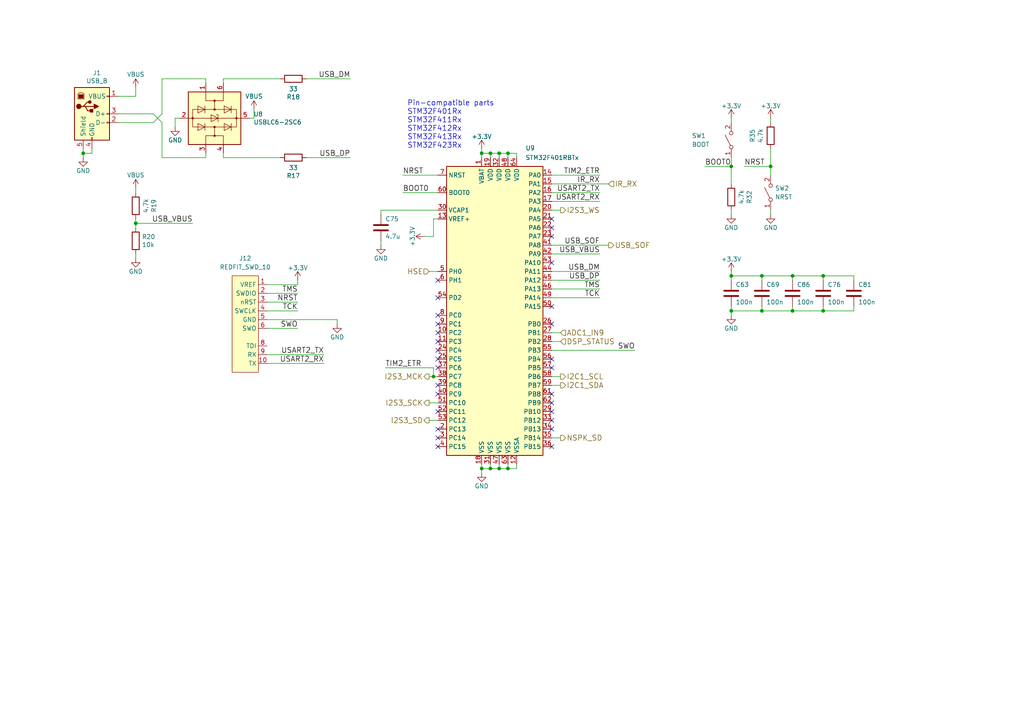
<source format=kicad_sch>
(kicad_sch (version 20230121) (generator eeschema)

  (uuid 17916d8a-4baa-4631-bfa9-d1bea3579029)

  (paper "A4")

  (title_block
    (title "blus mini")
    (date "2023-05-08")
    (rev "b")
    (company "elagil")
  )

  (lib_symbols
    (symbol "Connector:USB_B" (pin_names (offset 1.016)) (in_bom yes) (on_board yes)
      (property "Reference" "J" (at -5.08 11.43 0)
        (effects (font (size 1.27 1.27)) (justify left))
      )
      (property "Value" "USB_B" (at -5.08 8.89 0)
        (effects (font (size 1.27 1.27)) (justify left))
      )
      (property "Footprint" "" (at 3.81 -1.27 0)
        (effects (font (size 1.27 1.27)) hide)
      )
      (property "Datasheet" " ~" (at 3.81 -1.27 0)
        (effects (font (size 1.27 1.27)) hide)
      )
      (property "ki_keywords" "connector USB" (at 0 0 0)
        (effects (font (size 1.27 1.27)) hide)
      )
      (property "ki_description" "USB Type B connector" (at 0 0 0)
        (effects (font (size 1.27 1.27)) hide)
      )
      (property "ki_fp_filters" "USB*" (at 0 0 0)
        (effects (font (size 1.27 1.27)) hide)
      )
      (symbol "USB_B_0_1"
        (rectangle (start -5.08 -7.62) (end 5.08 7.62)
          (stroke (width 0.254) (type default))
          (fill (type background))
        )
        (circle (center -3.81 2.159) (radius 0.635)
          (stroke (width 0.254) (type default))
          (fill (type outline))
        )
        (rectangle (start -3.81 5.588) (end -2.54 4.572)
          (stroke (width 0) (type default))
          (fill (type outline))
        )
        (circle (center -0.635 3.429) (radius 0.381)
          (stroke (width 0.254) (type default))
          (fill (type outline))
        )
        (rectangle (start -0.127 -7.62) (end 0.127 -6.858)
          (stroke (width 0) (type default))
          (fill (type none))
        )
        (polyline
          (pts
            (xy -1.905 2.159)
            (xy 0.635 2.159)
          )
          (stroke (width 0.254) (type default))
          (fill (type none))
        )
        (polyline
          (pts
            (xy -3.175 2.159)
            (xy -2.54 2.159)
            (xy -1.27 3.429)
            (xy -0.635 3.429)
          )
          (stroke (width 0.254) (type default))
          (fill (type none))
        )
        (polyline
          (pts
            (xy -2.54 2.159)
            (xy -1.905 2.159)
            (xy -1.27 0.889)
            (xy 0 0.889)
          )
          (stroke (width 0.254) (type default))
          (fill (type none))
        )
        (polyline
          (pts
            (xy 0.635 2.794)
            (xy 0.635 1.524)
            (xy 1.905 2.159)
            (xy 0.635 2.794)
          )
          (stroke (width 0.254) (type default))
          (fill (type outline))
        )
        (polyline
          (pts
            (xy -4.064 4.318)
            (xy -2.286 4.318)
            (xy -2.286 5.715)
            (xy -2.667 6.096)
            (xy -3.683 6.096)
            (xy -4.064 5.715)
            (xy -4.064 4.318)
          )
          (stroke (width 0) (type default))
          (fill (type none))
        )
        (rectangle (start 0.254 1.27) (end -0.508 0.508)
          (stroke (width 0.254) (type default))
          (fill (type outline))
        )
        (rectangle (start 5.08 -2.667) (end 4.318 -2.413)
          (stroke (width 0) (type default))
          (fill (type none))
        )
        (rectangle (start 5.08 -0.127) (end 4.318 0.127)
          (stroke (width 0) (type default))
          (fill (type none))
        )
        (rectangle (start 5.08 4.953) (end 4.318 5.207)
          (stroke (width 0) (type default))
          (fill (type none))
        )
      )
      (symbol "USB_B_1_1"
        (pin power_out line (at 7.62 5.08 180) (length 2.54)
          (name "VBUS" (effects (font (size 1.27 1.27))))
          (number "1" (effects (font (size 1.27 1.27))))
        )
        (pin bidirectional line (at 7.62 -2.54 180) (length 2.54)
          (name "D-" (effects (font (size 1.27 1.27))))
          (number "2" (effects (font (size 1.27 1.27))))
        )
        (pin bidirectional line (at 7.62 0 180) (length 2.54)
          (name "D+" (effects (font (size 1.27 1.27))))
          (number "3" (effects (font (size 1.27 1.27))))
        )
        (pin power_out line (at 0 -10.16 90) (length 2.54)
          (name "GND" (effects (font (size 1.27 1.27))))
          (number "4" (effects (font (size 1.27 1.27))))
        )
        (pin passive line (at -2.54 -10.16 90) (length 2.54)
          (name "Shield" (effects (font (size 1.27 1.27))))
          (number "5" (effects (font (size 1.27 1.27))))
        )
      )
    )
    (symbol "Connectors_Debug:REDFIT_SWD_10" (in_bom yes) (on_board yes)
      (property "Reference" "J" (at 0 -26.67 0)
        (effects (font (size 1.27 1.27)))
      )
      (property "Value" "REDFIT_SWD_10" (at 0 6.35 0)
        (effects (font (size 1.27 1.27)))
      )
      (property "Footprint" "" (at 6.35 0 0)
        (effects (font (size 1.27 1.27)) hide)
      )
      (property "Datasheet" "" (at 6.35 0 0)
        (effects (font (size 1.27 1.27)) hide)
      )
      (symbol "REDFIT_SWD_10_0_1"
        (rectangle (start -3.81 2.54) (end 3.81 -25.4)
          (stroke (width 0) (type default))
          (fill (type background))
        )
      )
      (symbol "REDFIT_SWD_10_1_1"
        (pin passive line (at 6.35 0 180) (length 2.54)
          (name "VREF" (effects (font (size 1.27 1.27))))
          (number "1" (effects (font (size 1.27 1.27))))
        )
        (pin bidirectional line (at 6.35 -22.86 180) (length 2.54)
          (name "TX" (effects (font (size 1.27 1.27))))
          (number "10" (effects (font (size 1.27 1.27))))
        )
        (pin bidirectional line (at 6.35 -2.54 180) (length 2.54)
          (name "SWDIO" (effects (font (size 1.27 1.27))))
          (number "2" (effects (font (size 1.27 1.27))))
        )
        (pin bidirectional line (at 6.35 -5.08 180) (length 2.54)
          (name "nRST" (effects (font (size 1.27 1.27))))
          (number "3" (effects (font (size 1.27 1.27))))
        )
        (pin bidirectional line (at 6.35 -7.62 180) (length 2.54)
          (name "SWCLK" (effects (font (size 1.27 1.27))))
          (number "4" (effects (font (size 1.27 1.27))))
        )
        (pin power_in line (at 6.35 -10.16 180) (length 2.54)
          (name "GND" (effects (font (size 1.27 1.27))))
          (number "5" (effects (font (size 1.27 1.27))))
        )
        (pin bidirectional line (at 6.35 -12.7 180) (length 2.54)
          (name "SWO" (effects (font (size 1.27 1.27))))
          (number "6" (effects (font (size 1.27 1.27))))
        )
        (pin bidirectional line (at 6.35 -17.78 180) (length 2.54)
          (name "TDI" (effects (font (size 1.27 1.27))))
          (number "8" (effects (font (size 1.27 1.27))))
        )
        (pin bidirectional line (at 6.35 -20.32 180) (length 2.54)
          (name "RX" (effects (font (size 1.27 1.27))))
          (number "9" (effects (font (size 1.27 1.27))))
        )
      )
    )
    (symbol "Device:C" (pin_numbers hide) (pin_names (offset 0.254)) (in_bom yes) (on_board yes)
      (property "Reference" "C" (at 0.635 2.54 0)
        (effects (font (size 1.27 1.27)) (justify left))
      )
      (property "Value" "C" (at 0.635 -2.54 0)
        (effects (font (size 1.27 1.27)) (justify left))
      )
      (property "Footprint" "" (at 0.9652 -3.81 0)
        (effects (font (size 1.27 1.27)) hide)
      )
      (property "Datasheet" "~" (at 0 0 0)
        (effects (font (size 1.27 1.27)) hide)
      )
      (property "ki_keywords" "cap capacitor" (at 0 0 0)
        (effects (font (size 1.27 1.27)) hide)
      )
      (property "ki_description" "Unpolarized capacitor" (at 0 0 0)
        (effects (font (size 1.27 1.27)) hide)
      )
      (property "ki_fp_filters" "C_*" (at 0 0 0)
        (effects (font (size 1.27 1.27)) hide)
      )
      (symbol "C_0_1"
        (polyline
          (pts
            (xy -2.032 -0.762)
            (xy 2.032 -0.762)
          )
          (stroke (width 0.508) (type default))
          (fill (type none))
        )
        (polyline
          (pts
            (xy -2.032 0.762)
            (xy 2.032 0.762)
          )
          (stroke (width 0.508) (type default))
          (fill (type none))
        )
      )
      (symbol "C_1_1"
        (pin passive line (at 0 3.81 270) (length 2.794)
          (name "~" (effects (font (size 1.27 1.27))))
          (number "1" (effects (font (size 1.27 1.27))))
        )
        (pin passive line (at 0 -3.81 90) (length 2.794)
          (name "~" (effects (font (size 1.27 1.27))))
          (number "2" (effects (font (size 1.27 1.27))))
        )
      )
    )
    (symbol "Device:R" (pin_numbers hide) (pin_names (offset 0)) (in_bom yes) (on_board yes)
      (property "Reference" "R" (at 2.032 0 90)
        (effects (font (size 1.27 1.27)))
      )
      (property "Value" "R" (at 0 0 90)
        (effects (font (size 1.27 1.27)))
      )
      (property "Footprint" "" (at -1.778 0 90)
        (effects (font (size 1.27 1.27)) hide)
      )
      (property "Datasheet" "~" (at 0 0 0)
        (effects (font (size 1.27 1.27)) hide)
      )
      (property "ki_keywords" "R res resistor" (at 0 0 0)
        (effects (font (size 1.27 1.27)) hide)
      )
      (property "ki_description" "Resistor" (at 0 0 0)
        (effects (font (size 1.27 1.27)) hide)
      )
      (property "ki_fp_filters" "R_*" (at 0 0 0)
        (effects (font (size 1.27 1.27)) hide)
      )
      (symbol "R_0_1"
        (rectangle (start -1.016 -2.54) (end 1.016 2.54)
          (stroke (width 0.254) (type default))
          (fill (type none))
        )
      )
      (symbol "R_1_1"
        (pin passive line (at 0 3.81 270) (length 1.27)
          (name "~" (effects (font (size 1.27 1.27))))
          (number "1" (effects (font (size 1.27 1.27))))
        )
        (pin passive line (at 0 -3.81 90) (length 1.27)
          (name "~" (effects (font (size 1.27 1.27))))
          (number "2" (effects (font (size 1.27 1.27))))
        )
      )
    )
    (symbol "MCU_ST_STM32F4:STM32F401RBTx" (in_bom yes) (on_board yes)
      (property "Reference" "U" (at -15.24 41.91 0)
        (effects (font (size 1.27 1.27)) (justify left))
      )
      (property "Value" "STM32F401RBTx" (at 7.62 41.91 0)
        (effects (font (size 1.27 1.27)) (justify left))
      )
      (property "Footprint" "Package_QFP:LQFP-64_10x10mm_P0.5mm" (at -15.24 -43.18 0)
        (effects (font (size 1.27 1.27)) (justify right) hide)
      )
      (property "Datasheet" "http://www.st.com/st-web-ui/static/active/en/resource/technical/document/datasheet/DM00086815.pdf" (at 0 0 0)
        (effects (font (size 1.27 1.27)) hide)
      )
      (property "ki_keywords" "ARM Cortex-M4 STM32F4 STM32F401" (at 0 0 0)
        (effects (font (size 1.27 1.27)) hide)
      )
      (property "ki_description" "ARM Cortex-M4 MCU, 128KB flash, 64KB RAM, 84MHz, 1.7-3.6V, 50 GPIO, LQFP-64" (at 0 0 0)
        (effects (font (size 1.27 1.27)) hide)
      )
      (property "ki_fp_filters" "LQFP*10x10mm*P0.5mm*" (at 0 0 0)
        (effects (font (size 1.27 1.27)) hide)
      )
      (symbol "STM32F401RBTx_0_1"
        (rectangle (start -15.24 -43.18) (end 12.7 40.64)
          (stroke (width 0.254) (type default))
          (fill (type background))
        )
      )
      (symbol "STM32F401RBTx_1_1"
        (pin power_in line (at -5.08 43.18 270) (length 2.54)
          (name "VBAT" (effects (font (size 1.27 1.27))))
          (number "1" (effects (font (size 1.27 1.27))))
        )
        (pin bidirectional line (at -17.78 -7.62 0) (length 2.54)
          (name "PC2" (effects (font (size 1.27 1.27))))
          (number "10" (effects (font (size 1.27 1.27))))
        )
        (pin bidirectional line (at -17.78 -10.16 0) (length 2.54)
          (name "PC3" (effects (font (size 1.27 1.27))))
          (number "11" (effects (font (size 1.27 1.27))))
        )
        (pin power_in line (at 5.08 -45.72 90) (length 2.54)
          (name "VSSA" (effects (font (size 1.27 1.27))))
          (number "12" (effects (font (size 1.27 1.27))))
        )
        (pin power_in line (at -17.78 25.4 0) (length 2.54)
          (name "VREF+" (effects (font (size 1.27 1.27))))
          (number "13" (effects (font (size 1.27 1.27))))
        )
        (pin bidirectional line (at 15.24 38.1 180) (length 2.54)
          (name "PA0" (effects (font (size 1.27 1.27))))
          (number "14" (effects (font (size 1.27 1.27))))
        )
        (pin bidirectional line (at 15.24 35.56 180) (length 2.54)
          (name "PA1" (effects (font (size 1.27 1.27))))
          (number "15" (effects (font (size 1.27 1.27))))
        )
        (pin bidirectional line (at 15.24 33.02 180) (length 2.54)
          (name "PA2" (effects (font (size 1.27 1.27))))
          (number "16" (effects (font (size 1.27 1.27))))
        )
        (pin bidirectional line (at 15.24 30.48 180) (length 2.54)
          (name "PA3" (effects (font (size 1.27 1.27))))
          (number "17" (effects (font (size 1.27 1.27))))
        )
        (pin power_in line (at -5.08 -45.72 90) (length 2.54)
          (name "VSS" (effects (font (size 1.27 1.27))))
          (number "18" (effects (font (size 1.27 1.27))))
        )
        (pin power_in line (at -2.54 43.18 270) (length 2.54)
          (name "VDD" (effects (font (size 1.27 1.27))))
          (number "19" (effects (font (size 1.27 1.27))))
        )
        (pin bidirectional line (at -17.78 -35.56 0) (length 2.54)
          (name "PC13" (effects (font (size 1.27 1.27))))
          (number "2" (effects (font (size 1.27 1.27))))
        )
        (pin bidirectional line (at 15.24 27.94 180) (length 2.54)
          (name "PA4" (effects (font (size 1.27 1.27))))
          (number "20" (effects (font (size 1.27 1.27))))
        )
        (pin bidirectional line (at 15.24 25.4 180) (length 2.54)
          (name "PA5" (effects (font (size 1.27 1.27))))
          (number "21" (effects (font (size 1.27 1.27))))
        )
        (pin bidirectional line (at 15.24 22.86 180) (length 2.54)
          (name "PA6" (effects (font (size 1.27 1.27))))
          (number "22" (effects (font (size 1.27 1.27))))
        )
        (pin bidirectional line (at 15.24 20.32 180) (length 2.54)
          (name "PA7" (effects (font (size 1.27 1.27))))
          (number "23" (effects (font (size 1.27 1.27))))
        )
        (pin bidirectional line (at -17.78 -12.7 0) (length 2.54)
          (name "PC4" (effects (font (size 1.27 1.27))))
          (number "24" (effects (font (size 1.27 1.27))))
        )
        (pin bidirectional line (at -17.78 -15.24 0) (length 2.54)
          (name "PC5" (effects (font (size 1.27 1.27))))
          (number "25" (effects (font (size 1.27 1.27))))
        )
        (pin bidirectional line (at 15.24 -5.08 180) (length 2.54)
          (name "PB0" (effects (font (size 1.27 1.27))))
          (number "26" (effects (font (size 1.27 1.27))))
        )
        (pin bidirectional line (at 15.24 -7.62 180) (length 2.54)
          (name "PB1" (effects (font (size 1.27 1.27))))
          (number "27" (effects (font (size 1.27 1.27))))
        )
        (pin bidirectional line (at 15.24 -10.16 180) (length 2.54)
          (name "PB2" (effects (font (size 1.27 1.27))))
          (number "28" (effects (font (size 1.27 1.27))))
        )
        (pin bidirectional line (at 15.24 -30.48 180) (length 2.54)
          (name "PB10" (effects (font (size 1.27 1.27))))
          (number "29" (effects (font (size 1.27 1.27))))
        )
        (pin bidirectional line (at -17.78 -38.1 0) (length 2.54)
          (name "PC14" (effects (font (size 1.27 1.27))))
          (number "3" (effects (font (size 1.27 1.27))))
        )
        (pin power_in line (at -17.78 27.94 0) (length 2.54)
          (name "VCAP1" (effects (font (size 1.27 1.27))))
          (number "30" (effects (font (size 1.27 1.27))))
        )
        (pin power_in line (at -2.54 -45.72 90) (length 2.54)
          (name "VSS" (effects (font (size 1.27 1.27))))
          (number "31" (effects (font (size 1.27 1.27))))
        )
        (pin power_in line (at 0 43.18 270) (length 2.54)
          (name "VDD" (effects (font (size 1.27 1.27))))
          (number "32" (effects (font (size 1.27 1.27))))
        )
        (pin bidirectional line (at 15.24 -33.02 180) (length 2.54)
          (name "PB12" (effects (font (size 1.27 1.27))))
          (number "33" (effects (font (size 1.27 1.27))))
        )
        (pin bidirectional line (at 15.24 -35.56 180) (length 2.54)
          (name "PB13" (effects (font (size 1.27 1.27))))
          (number "34" (effects (font (size 1.27 1.27))))
        )
        (pin bidirectional line (at 15.24 -38.1 180) (length 2.54)
          (name "PB14" (effects (font (size 1.27 1.27))))
          (number "35" (effects (font (size 1.27 1.27))))
        )
        (pin bidirectional line (at 15.24 -40.64 180) (length 2.54)
          (name "PB15" (effects (font (size 1.27 1.27))))
          (number "36" (effects (font (size 1.27 1.27))))
        )
        (pin bidirectional line (at -17.78 -17.78 0) (length 2.54)
          (name "PC6" (effects (font (size 1.27 1.27))))
          (number "37" (effects (font (size 1.27 1.27))))
        )
        (pin bidirectional line (at -17.78 -20.32 0) (length 2.54)
          (name "PC7" (effects (font (size 1.27 1.27))))
          (number "38" (effects (font (size 1.27 1.27))))
        )
        (pin bidirectional line (at -17.78 -22.86 0) (length 2.54)
          (name "PC8" (effects (font (size 1.27 1.27))))
          (number "39" (effects (font (size 1.27 1.27))))
        )
        (pin bidirectional line (at -17.78 -40.64 0) (length 2.54)
          (name "PC15" (effects (font (size 1.27 1.27))))
          (number "4" (effects (font (size 1.27 1.27))))
        )
        (pin bidirectional line (at -17.78 -25.4 0) (length 2.54)
          (name "PC9" (effects (font (size 1.27 1.27))))
          (number "40" (effects (font (size 1.27 1.27))))
        )
        (pin bidirectional line (at 15.24 17.78 180) (length 2.54)
          (name "PA8" (effects (font (size 1.27 1.27))))
          (number "41" (effects (font (size 1.27 1.27))))
        )
        (pin bidirectional line (at 15.24 15.24 180) (length 2.54)
          (name "PA9" (effects (font (size 1.27 1.27))))
          (number "42" (effects (font (size 1.27 1.27))))
        )
        (pin bidirectional line (at 15.24 12.7 180) (length 2.54)
          (name "PA10" (effects (font (size 1.27 1.27))))
          (number "43" (effects (font (size 1.27 1.27))))
        )
        (pin bidirectional line (at 15.24 10.16 180) (length 2.54)
          (name "PA11" (effects (font (size 1.27 1.27))))
          (number "44" (effects (font (size 1.27 1.27))))
        )
        (pin bidirectional line (at 15.24 7.62 180) (length 2.54)
          (name "PA12" (effects (font (size 1.27 1.27))))
          (number "45" (effects (font (size 1.27 1.27))))
        )
        (pin bidirectional line (at 15.24 5.08 180) (length 2.54)
          (name "PA13" (effects (font (size 1.27 1.27))))
          (number "46" (effects (font (size 1.27 1.27))))
        )
        (pin power_in line (at 0 -45.72 90) (length 2.54)
          (name "VSS" (effects (font (size 1.27 1.27))))
          (number "47" (effects (font (size 1.27 1.27))))
        )
        (pin power_in line (at 2.54 43.18 270) (length 2.54)
          (name "VDD" (effects (font (size 1.27 1.27))))
          (number "48" (effects (font (size 1.27 1.27))))
        )
        (pin bidirectional line (at 15.24 2.54 180) (length 2.54)
          (name "PA14" (effects (font (size 1.27 1.27))))
          (number "49" (effects (font (size 1.27 1.27))))
        )
        (pin input line (at -17.78 10.16 0) (length 2.54)
          (name "PH0" (effects (font (size 1.27 1.27))))
          (number "5" (effects (font (size 1.27 1.27))))
        )
        (pin bidirectional line (at 15.24 0 180) (length 2.54)
          (name "PA15" (effects (font (size 1.27 1.27))))
          (number "50" (effects (font (size 1.27 1.27))))
        )
        (pin bidirectional line (at -17.78 -27.94 0) (length 2.54)
          (name "PC10" (effects (font (size 1.27 1.27))))
          (number "51" (effects (font (size 1.27 1.27))))
        )
        (pin bidirectional line (at -17.78 -30.48 0) (length 2.54)
          (name "PC11" (effects (font (size 1.27 1.27))))
          (number "52" (effects (font (size 1.27 1.27))))
        )
        (pin bidirectional line (at -17.78 -33.02 0) (length 2.54)
          (name "PC12" (effects (font (size 1.27 1.27))))
          (number "53" (effects (font (size 1.27 1.27))))
        )
        (pin bidirectional line (at -17.78 2.54 0) (length 2.54)
          (name "PD2" (effects (font (size 1.27 1.27))))
          (number "54" (effects (font (size 1.27 1.27))))
        )
        (pin bidirectional line (at 15.24 -12.7 180) (length 2.54)
          (name "PB3" (effects (font (size 1.27 1.27))))
          (number "55" (effects (font (size 1.27 1.27))))
        )
        (pin bidirectional line (at 15.24 -15.24 180) (length 2.54)
          (name "PB4" (effects (font (size 1.27 1.27))))
          (number "56" (effects (font (size 1.27 1.27))))
        )
        (pin bidirectional line (at 15.24 -17.78 180) (length 2.54)
          (name "PB5" (effects (font (size 1.27 1.27))))
          (number "57" (effects (font (size 1.27 1.27))))
        )
        (pin bidirectional line (at 15.24 -20.32 180) (length 2.54)
          (name "PB6" (effects (font (size 1.27 1.27))))
          (number "58" (effects (font (size 1.27 1.27))))
        )
        (pin bidirectional line (at 15.24 -22.86 180) (length 2.54)
          (name "PB7" (effects (font (size 1.27 1.27))))
          (number "59" (effects (font (size 1.27 1.27))))
        )
        (pin input line (at -17.78 7.62 0) (length 2.54)
          (name "PH1" (effects (font (size 1.27 1.27))))
          (number "6" (effects (font (size 1.27 1.27))))
        )
        (pin input line (at -17.78 33.02 0) (length 2.54)
          (name "BOOT0" (effects (font (size 1.27 1.27))))
          (number "60" (effects (font (size 1.27 1.27))))
        )
        (pin bidirectional line (at 15.24 -25.4 180) (length 2.54)
          (name "PB8" (effects (font (size 1.27 1.27))))
          (number "61" (effects (font (size 1.27 1.27))))
        )
        (pin bidirectional line (at 15.24 -27.94 180) (length 2.54)
          (name "PB9" (effects (font (size 1.27 1.27))))
          (number "62" (effects (font (size 1.27 1.27))))
        )
        (pin power_in line (at 2.54 -45.72 90) (length 2.54)
          (name "VSS" (effects (font (size 1.27 1.27))))
          (number "63" (effects (font (size 1.27 1.27))))
        )
        (pin power_in line (at 5.08 43.18 270) (length 2.54)
          (name "VDD" (effects (font (size 1.27 1.27))))
          (number "64" (effects (font (size 1.27 1.27))))
        )
        (pin input line (at -17.78 38.1 0) (length 2.54)
          (name "NRST" (effects (font (size 1.27 1.27))))
          (number "7" (effects (font (size 1.27 1.27))))
        )
        (pin bidirectional line (at -17.78 -2.54 0) (length 2.54)
          (name "PC0" (effects (font (size 1.27 1.27))))
          (number "8" (effects (font (size 1.27 1.27))))
        )
        (pin bidirectional line (at -17.78 -5.08 0) (length 2.54)
          (name "PC1" (effects (font (size 1.27 1.27))))
          (number "9" (effects (font (size 1.27 1.27))))
        )
      )
    )
    (symbol "Power_Protection:USBLC6-2SC6" (pin_names hide) (in_bom yes) (on_board yes)
      (property "Reference" "U" (at 2.54 8.89 0)
        (effects (font (size 1.27 1.27)) (justify left))
      )
      (property "Value" "USBLC6-2SC6" (at 2.54 -8.89 0)
        (effects (font (size 1.27 1.27)) (justify left))
      )
      (property "Footprint" "Package_TO_SOT_SMD:SOT-23-6" (at 0 -12.7 0)
        (effects (font (size 1.27 1.27)) hide)
      )
      (property "Datasheet" "https://www.st.com/resource/en/datasheet/usblc6-2.pdf" (at 5.08 8.89 0)
        (effects (font (size 1.27 1.27)) hide)
      )
      (property "ki_keywords" "usb ethernet video" (at 0 0 0)
        (effects (font (size 1.27 1.27)) hide)
      )
      (property "ki_description" "Very low capacitance ESD protection diode, 2 data-line, SOT-23-6" (at 0 0 0)
        (effects (font (size 1.27 1.27)) hide)
      )
      (property "ki_fp_filters" "SOT?23*" (at 0 0 0)
        (effects (font (size 1.27 1.27)) hide)
      )
      (symbol "USBLC6-2SC6_0_1"
        (rectangle (start -7.62 -7.62) (end 7.62 7.62)
          (stroke (width 0.254) (type default))
          (fill (type background))
        )
        (circle (center -5.08 0) (radius 0.254)
          (stroke (width 0) (type default))
          (fill (type outline))
        )
        (circle (center -2.54 0) (radius 0.254)
          (stroke (width 0) (type default))
          (fill (type outline))
        )
        (rectangle (start -2.54 6.35) (end 2.54 -6.35)
          (stroke (width 0) (type default))
          (fill (type none))
        )
        (circle (center 0 -6.35) (radius 0.254)
          (stroke (width 0) (type default))
          (fill (type outline))
        )
        (polyline
          (pts
            (xy -5.08 -2.54)
            (xy -7.62 -2.54)
          )
          (stroke (width 0) (type default))
          (fill (type none))
        )
        (polyline
          (pts
            (xy -5.08 0)
            (xy -5.08 -2.54)
          )
          (stroke (width 0) (type default))
          (fill (type none))
        )
        (polyline
          (pts
            (xy -5.08 2.54)
            (xy -7.62 2.54)
          )
          (stroke (width 0) (type default))
          (fill (type none))
        )
        (polyline
          (pts
            (xy -1.524 -2.794)
            (xy -3.556 -2.794)
          )
          (stroke (width 0) (type default))
          (fill (type none))
        )
        (polyline
          (pts
            (xy -1.524 4.826)
            (xy -3.556 4.826)
          )
          (stroke (width 0) (type default))
          (fill (type none))
        )
        (polyline
          (pts
            (xy 0 -7.62)
            (xy 0 -6.35)
          )
          (stroke (width 0) (type default))
          (fill (type none))
        )
        (polyline
          (pts
            (xy 0 -6.35)
            (xy 0 1.27)
          )
          (stroke (width 0) (type default))
          (fill (type none))
        )
        (polyline
          (pts
            (xy 0 1.27)
            (xy 0 6.35)
          )
          (stroke (width 0) (type default))
          (fill (type none))
        )
        (polyline
          (pts
            (xy 0 6.35)
            (xy 0 7.62)
          )
          (stroke (width 0) (type default))
          (fill (type none))
        )
        (polyline
          (pts
            (xy 1.524 -2.794)
            (xy 3.556 -2.794)
          )
          (stroke (width 0) (type default))
          (fill (type none))
        )
        (polyline
          (pts
            (xy 1.524 4.826)
            (xy 3.556 4.826)
          )
          (stroke (width 0) (type default))
          (fill (type none))
        )
        (polyline
          (pts
            (xy 5.08 -2.54)
            (xy 7.62 -2.54)
          )
          (stroke (width 0) (type default))
          (fill (type none))
        )
        (polyline
          (pts
            (xy 5.08 0)
            (xy 5.08 -2.54)
          )
          (stroke (width 0) (type default))
          (fill (type none))
        )
        (polyline
          (pts
            (xy 5.08 2.54)
            (xy 7.62 2.54)
          )
          (stroke (width 0) (type default))
          (fill (type none))
        )
        (polyline
          (pts
            (xy -2.54 0)
            (xy -5.08 0)
            (xy -5.08 2.54)
          )
          (stroke (width 0) (type default))
          (fill (type none))
        )
        (polyline
          (pts
            (xy 2.54 0)
            (xy 5.08 0)
            (xy 5.08 2.54)
          )
          (stroke (width 0) (type default))
          (fill (type none))
        )
        (polyline
          (pts
            (xy -3.556 -4.826)
            (xy -1.524 -4.826)
            (xy -2.54 -2.794)
            (xy -3.556 -4.826)
          )
          (stroke (width 0) (type default))
          (fill (type none))
        )
        (polyline
          (pts
            (xy -3.556 2.794)
            (xy -1.524 2.794)
            (xy -2.54 4.826)
            (xy -3.556 2.794)
          )
          (stroke (width 0) (type default))
          (fill (type none))
        )
        (polyline
          (pts
            (xy -1.016 -1.016)
            (xy 1.016 -1.016)
            (xy 0 1.016)
            (xy -1.016 -1.016)
          )
          (stroke (width 0) (type default))
          (fill (type none))
        )
        (polyline
          (pts
            (xy 1.016 1.016)
            (xy 0.762 1.016)
            (xy -1.016 1.016)
            (xy -1.016 0.508)
          )
          (stroke (width 0) (type default))
          (fill (type none))
        )
        (polyline
          (pts
            (xy 3.556 -4.826)
            (xy 1.524 -4.826)
            (xy 2.54 -2.794)
            (xy 3.556 -4.826)
          )
          (stroke (width 0) (type default))
          (fill (type none))
        )
        (polyline
          (pts
            (xy 3.556 2.794)
            (xy 1.524 2.794)
            (xy 2.54 4.826)
            (xy 3.556 2.794)
          )
          (stroke (width 0) (type default))
          (fill (type none))
        )
        (circle (center 0 6.35) (radius 0.254)
          (stroke (width 0) (type default))
          (fill (type outline))
        )
        (circle (center 2.54 0) (radius 0.254)
          (stroke (width 0) (type default))
          (fill (type outline))
        )
        (circle (center 5.08 0) (radius 0.254)
          (stroke (width 0) (type default))
          (fill (type outline))
        )
      )
      (symbol "USBLC6-2SC6_1_1"
        (pin passive line (at -10.16 -2.54 0) (length 2.54)
          (name "I/O1" (effects (font (size 1.27 1.27))))
          (number "1" (effects (font (size 1.27 1.27))))
        )
        (pin passive line (at 0 -10.16 90) (length 2.54)
          (name "GND" (effects (font (size 1.27 1.27))))
          (number "2" (effects (font (size 1.27 1.27))))
        )
        (pin passive line (at 10.16 -2.54 180) (length 2.54)
          (name "I/O2" (effects (font (size 1.27 1.27))))
          (number "3" (effects (font (size 1.27 1.27))))
        )
        (pin passive line (at 10.16 2.54 180) (length 2.54)
          (name "I/O2" (effects (font (size 1.27 1.27))))
          (number "4" (effects (font (size 1.27 1.27))))
        )
        (pin passive line (at 0 10.16 270) (length 2.54)
          (name "VBUS" (effects (font (size 1.27 1.27))))
          (number "5" (effects (font (size 1.27 1.27))))
        )
        (pin passive line (at -10.16 2.54 0) (length 2.54)
          (name "I/O1" (effects (font (size 1.27 1.27))))
          (number "6" (effects (font (size 1.27 1.27))))
        )
      )
    )
    (symbol "Switch:SW_SPST" (pin_names (offset 0) hide) (in_bom yes) (on_board yes)
      (property "Reference" "SW" (at 0 3.175 0)
        (effects (font (size 1.27 1.27)))
      )
      (property "Value" "SW_SPST" (at 0 -2.54 0)
        (effects (font (size 1.27 1.27)))
      )
      (property "Footprint" "" (at 0 0 0)
        (effects (font (size 1.27 1.27)) hide)
      )
      (property "Datasheet" "~" (at 0 0 0)
        (effects (font (size 1.27 1.27)) hide)
      )
      (property "ki_keywords" "switch lever" (at 0 0 0)
        (effects (font (size 1.27 1.27)) hide)
      )
      (property "ki_description" "Single Pole Single Throw (SPST) switch" (at 0 0 0)
        (effects (font (size 1.27 1.27)) hide)
      )
      (symbol "SW_SPST_0_0"
        (circle (center -2.032 0) (radius 0.508)
          (stroke (width 0) (type default))
          (fill (type none))
        )
        (polyline
          (pts
            (xy -1.524 0.254)
            (xy 1.524 1.778)
          )
          (stroke (width 0) (type default))
          (fill (type none))
        )
        (circle (center 2.032 0) (radius 0.508)
          (stroke (width 0) (type default))
          (fill (type none))
        )
      )
      (symbol "SW_SPST_1_1"
        (pin passive line (at -5.08 0 0) (length 2.54)
          (name "A" (effects (font (size 1.27 1.27))))
          (number "1" (effects (font (size 1.27 1.27))))
        )
        (pin passive line (at 5.08 0 180) (length 2.54)
          (name "B" (effects (font (size 1.27 1.27))))
          (number "2" (effects (font (size 1.27 1.27))))
        )
      )
    )
    (symbol "power:+3.3V" (power) (pin_names (offset 0)) (in_bom yes) (on_board yes)
      (property "Reference" "#PWR" (at 0 -3.81 0)
        (effects (font (size 1.27 1.27)) hide)
      )
      (property "Value" "+3.3V" (at 0 3.556 0)
        (effects (font (size 1.27 1.27)))
      )
      (property "Footprint" "" (at 0 0 0)
        (effects (font (size 1.27 1.27)) hide)
      )
      (property "Datasheet" "" (at 0 0 0)
        (effects (font (size 1.27 1.27)) hide)
      )
      (property "ki_keywords" "global power" (at 0 0 0)
        (effects (font (size 1.27 1.27)) hide)
      )
      (property "ki_description" "Power symbol creates a global label with name \"+3.3V\"" (at 0 0 0)
        (effects (font (size 1.27 1.27)) hide)
      )
      (symbol "+3.3V_0_1"
        (polyline
          (pts
            (xy -0.762 1.27)
            (xy 0 2.54)
          )
          (stroke (width 0) (type default))
          (fill (type none))
        )
        (polyline
          (pts
            (xy 0 0)
            (xy 0 2.54)
          )
          (stroke (width 0) (type default))
          (fill (type none))
        )
        (polyline
          (pts
            (xy 0 2.54)
            (xy 0.762 1.27)
          )
          (stroke (width 0) (type default))
          (fill (type none))
        )
      )
      (symbol "+3.3V_1_1"
        (pin power_in line (at 0 0 90) (length 0) hide
          (name "+3.3V" (effects (font (size 1.27 1.27))))
          (number "1" (effects (font (size 1.27 1.27))))
        )
      )
    )
    (symbol "power:GND" (power) (pin_names (offset 0)) (in_bom yes) (on_board yes)
      (property "Reference" "#PWR" (at 0 -6.35 0)
        (effects (font (size 1.27 1.27)) hide)
      )
      (property "Value" "GND" (at 0 -3.81 0)
        (effects (font (size 1.27 1.27)))
      )
      (property "Footprint" "" (at 0 0 0)
        (effects (font (size 1.27 1.27)) hide)
      )
      (property "Datasheet" "" (at 0 0 0)
        (effects (font (size 1.27 1.27)) hide)
      )
      (property "ki_keywords" "global power" (at 0 0 0)
        (effects (font (size 1.27 1.27)) hide)
      )
      (property "ki_description" "Power symbol creates a global label with name \"GND\" , ground" (at 0 0 0)
        (effects (font (size 1.27 1.27)) hide)
      )
      (symbol "GND_0_1"
        (polyline
          (pts
            (xy 0 0)
            (xy 0 -1.27)
            (xy 1.27 -1.27)
            (xy 0 -2.54)
            (xy -1.27 -1.27)
            (xy 0 -1.27)
          )
          (stroke (width 0) (type default))
          (fill (type none))
        )
      )
      (symbol "GND_1_1"
        (pin power_in line (at 0 0 270) (length 0) hide
          (name "GND" (effects (font (size 1.27 1.27))))
          (number "1" (effects (font (size 1.27 1.27))))
        )
      )
    )
    (symbol "power:VBUS" (power) (pin_names (offset 0)) (in_bom yes) (on_board yes)
      (property "Reference" "#PWR" (at 0 -3.81 0)
        (effects (font (size 1.27 1.27)) hide)
      )
      (property "Value" "VBUS" (at 0 3.81 0)
        (effects (font (size 1.27 1.27)))
      )
      (property "Footprint" "" (at 0 0 0)
        (effects (font (size 1.27 1.27)) hide)
      )
      (property "Datasheet" "" (at 0 0 0)
        (effects (font (size 1.27 1.27)) hide)
      )
      (property "ki_keywords" "global power" (at 0 0 0)
        (effects (font (size 1.27 1.27)) hide)
      )
      (property "ki_description" "Power symbol creates a global label with name \"VBUS\"" (at 0 0 0)
        (effects (font (size 1.27 1.27)) hide)
      )
      (symbol "VBUS_0_1"
        (polyline
          (pts
            (xy -0.762 1.27)
            (xy 0 2.54)
          )
          (stroke (width 0) (type default))
          (fill (type none))
        )
        (polyline
          (pts
            (xy 0 0)
            (xy 0 2.54)
          )
          (stroke (width 0) (type default))
          (fill (type none))
        )
        (polyline
          (pts
            (xy 0 2.54)
            (xy 0.762 1.27)
          )
          (stroke (width 0) (type default))
          (fill (type none))
        )
      )
      (symbol "VBUS_1_1"
        (pin power_in line (at 0 0 90) (length 0) hide
          (name "VBUS" (effects (font (size 1.27 1.27))))
          (number "1" (effects (font (size 1.27 1.27))))
        )
      )
    )
  )

  (junction (at 229.87 80.01) (diameter 0) (color 0 0 0 0)
    (uuid 16e4115d-3b19-4b3c-ab0c-b4f88b1612b2)
  )
  (junction (at 139.7 44.45) (diameter 0) (color 0 0 0 0)
    (uuid 19faaf36-574f-4c4e-9fc9-f1aa28b3fa5a)
  )
  (junction (at 238.76 90.17) (diameter 0) (color 0 0 0 0)
    (uuid 1cc177f9-3e41-46aa-bf11-45b7469a61ce)
  )
  (junction (at 212.09 90.17) (diameter 0) (color 0 0 0 0)
    (uuid 23e558e8-0d6c-461e-bd92-8151d6cf550d)
  )
  (junction (at 238.76 80.01) (diameter 0) (color 0 0 0 0)
    (uuid 2fccd176-48c8-4a85-b426-74e5b3f40074)
  )
  (junction (at 142.24 135.89) (diameter 0) (color 0 0 0 0)
    (uuid 43a60bf8-c479-4610-b910-1bd14b736349)
  )
  (junction (at 147.32 135.89) (diameter 0) (color 0 0 0 0)
    (uuid 49920b62-8f9d-4b6a-97e8-450916cbee00)
  )
  (junction (at 220.98 90.17) (diameter 0) (color 0 0 0 0)
    (uuid 503703c0-f1e1-4d62-9f66-df644e110bd3)
  )
  (junction (at 144.78 135.89) (diameter 0) (color 0 0 0 0)
    (uuid 59f8d447-2c62-4bba-8209-cfd98e2b363b)
  )
  (junction (at 220.98 80.01) (diameter 0) (color 0 0 0 0)
    (uuid 5b3a18d1-d0db-4eaf-bc4c-9980548d21dc)
  )
  (junction (at 24.13 44.45) (diameter 0) (color 0 0 0 0)
    (uuid 5f1adcf7-a22d-46b3-88d8-eb5b66afa6cc)
  )
  (junction (at 142.24 44.45) (diameter 0) (color 0 0 0 0)
    (uuid 70bd2e07-e4cd-4a72-ab27-fd89876b9b04)
  )
  (junction (at 125.73 109.22) (diameter 0) (color 0 0 0 0)
    (uuid 826e72c9-39b3-4387-b84d-e6f5f0012d5d)
  )
  (junction (at 212.09 80.01) (diameter 0) (color 0 0 0 0)
    (uuid 89791662-506c-4dcc-9d85-171feb0bdbe0)
  )
  (junction (at 39.37 64.77) (diameter 0) (color 0 0 0 0)
    (uuid 8e722f53-8a78-481b-8c62-e8c7bfba10f6)
  )
  (junction (at 223.52 48.26) (diameter 0) (color 0 0 0 0)
    (uuid aa0b7ac1-553c-430f-8215-e22fbe0b4741)
  )
  (junction (at 144.78 44.45) (diameter 0) (color 0 0 0 0)
    (uuid b8062ae9-c613-4028-992f-a3efc46c838a)
  )
  (junction (at 147.32 44.45) (diameter 0) (color 0 0 0 0)
    (uuid c1e1a519-b5e1-4feb-abf7-3abfb11273c5)
  )
  (junction (at 212.09 48.26) (diameter 0) (color 0 0 0 0)
    (uuid cf60e87e-6746-4802-9764-57e2fe559f42)
  )
  (junction (at 229.87 90.17) (diameter 0) (color 0 0 0 0)
    (uuid d8fa09c4-cabd-47b7-a11e-741b6c949d64)
  )
  (junction (at 139.7 135.89) (diameter 0) (color 0 0 0 0)
    (uuid e64e640c-e1d2-48a0-a3d7-96c6d7bb6b8e)
  )

  (no_connect (at 160.02 93.98) (uuid 2dc3ca81-3843-4732-a0ab-adc2784e542c))
  (no_connect (at 127 114.3) (uuid 33926007-4721-459a-9703-f6f892d66ae8))
  (no_connect (at 127 81.28) (uuid 4b00ebf0-0380-4071-8169-1a4bba31419d))
  (no_connect (at 127 86.36) (uuid 74306a9d-8808-42d1-b6d8-9c50ded29021))
  (no_connect (at 127 96.52) (uuid 74306a9d-8808-42d1-b6d8-9c50ded29022))
  (no_connect (at 127 93.98) (uuid 74306a9d-8808-42d1-b6d8-9c50ded29023))
  (no_connect (at 127 91.44) (uuid 74306a9d-8808-42d1-b6d8-9c50ded29024))
  (no_connect (at 160.02 114.3) (uuid 74306a9d-8808-42d1-b6d8-9c50ded29025))
  (no_connect (at 160.02 116.84) (uuid 74306a9d-8808-42d1-b6d8-9c50ded29026))
  (no_connect (at 160.02 119.38) (uuid 74306a9d-8808-42d1-b6d8-9c50ded29027))
  (no_connect (at 160.02 121.92) (uuid 74306a9d-8808-42d1-b6d8-9c50ded29028))
  (no_connect (at 160.02 104.14) (uuid 74306a9d-8808-42d1-b6d8-9c50ded29029))
  (no_connect (at 160.02 106.68) (uuid 74306a9d-8808-42d1-b6d8-9c50ded2902a))
  (no_connect (at 160.02 68.58) (uuid 74306a9d-8808-42d1-b6d8-9c50ded2902b))
  (no_connect (at 160.02 66.04) (uuid 74306a9d-8808-42d1-b6d8-9c50ded2902c))
  (no_connect (at 160.02 76.2) (uuid 74306a9d-8808-42d1-b6d8-9c50ded29031))
  (no_connect (at 127 104.14) (uuid 74306a9d-8808-42d1-b6d8-9c50ded29032))
  (no_connect (at 127 99.06) (uuid 74306a9d-8808-42d1-b6d8-9c50ded29033))
  (no_connect (at 127 101.6) (uuid 74306a9d-8808-42d1-b6d8-9c50ded29034))
  (no_connect (at 127 106.68) (uuid 74306a9d-8808-42d1-b6d8-9c50ded29035))
  (no_connect (at 127 111.76) (uuid 74306a9d-8808-42d1-b6d8-9c50ded29036))
  (no_connect (at 127 119.38) (uuid 74306a9d-8808-42d1-b6d8-9c50ded29038))
  (no_connect (at 127 124.46) (uuid 74306a9d-8808-42d1-b6d8-9c50ded29039))
  (no_connect (at 127 127) (uuid 74306a9d-8808-42d1-b6d8-9c50ded2903a))
  (no_connect (at 127 129.54) (uuid 74306a9d-8808-42d1-b6d8-9c50ded2903b))
  (no_connect (at 160.02 124.46) (uuid 74306a9d-8808-42d1-b6d8-9c50ded2903c))
  (no_connect (at 160.02 88.9) (uuid 82b1a0b6-8a0a-4837-8230-f9c38bec986b))
  (no_connect (at 160.02 129.54) (uuid 97239897-39a7-43a9-aefa-886ae6eb52e8))
  (no_connect (at 160.02 63.5) (uuid ee4d5cc4-554c-4c3d-84e5-e1da0b0e35f6))

  (wire (pts (xy 149.86 134.62) (xy 149.86 135.89))
    (stroke (width 0) (type default))
    (uuid 015e99d1-64a8-486d-8513-6f9943ecb044)
  )
  (wire (pts (xy 147.32 44.45) (xy 147.32 45.72))
    (stroke (width 0) (type default))
    (uuid 06b6e33d-a4df-464b-9c23-5be0fca31893)
  )
  (wire (pts (xy 77.47 87.63) (xy 86.36 87.63))
    (stroke (width 0) (type default))
    (uuid 09c76a8c-3582-4f72-9d75-56788bb7cdca)
  )
  (wire (pts (xy 88.9 45.72) (xy 101.6 45.72))
    (stroke (width 0) (type default))
    (uuid 0eeb240f-ebec-43cf-b9a9-fcf3a2a9bc79)
  )
  (wire (pts (xy 144.78 135.89) (xy 142.24 135.89))
    (stroke (width 0) (type default))
    (uuid 130e97bb-b466-437e-9301-6861dc44c021)
  )
  (wire (pts (xy 39.37 63.5) (xy 39.37 64.77))
    (stroke (width 0) (type default))
    (uuid 175dbffb-d389-464b-bd72-a518852cf62d)
  )
  (wire (pts (xy 50.8 34.29) (xy 50.8 36.83))
    (stroke (width 0) (type default))
    (uuid 18651abf-94bf-4f82-a8bf-9909213618b4)
  )
  (wire (pts (xy 64.77 44.45) (xy 64.77 45.72))
    (stroke (width 0) (type default))
    (uuid 1aedcf85-289e-48b7-ba25-df5441cb3834)
  )
  (wire (pts (xy 160.02 111.76) (xy 162.56 111.76))
    (stroke (width 0) (type default))
    (uuid 1c592732-d3f0-415f-96e8-01141d6b4893)
  )
  (wire (pts (xy 44.45 33.02) (xy 34.29 33.02))
    (stroke (width 0) (type default))
    (uuid 1d732149-3816-45ed-8fb6-d258de0b9193)
  )
  (wire (pts (xy 123.19 68.58) (xy 125.73 68.58))
    (stroke (width 0) (type default))
    (uuid 20db64bf-a7ec-4e74-b507-d4397c80c3fb)
  )
  (wire (pts (xy 238.76 80.01) (xy 247.65 80.01))
    (stroke (width 0) (type default))
    (uuid 223d3095-62a7-4ad7-8d07-1aa4270d25d2)
  )
  (wire (pts (xy 212.09 48.26) (xy 212.09 53.34))
    (stroke (width 0) (type default))
    (uuid 22db8546-0b29-4e4b-8d25-3a159880c525)
  )
  (wire (pts (xy 124.46 121.92) (xy 127 121.92))
    (stroke (width 0) (type default))
    (uuid 23029252-cb4c-4308-8df1-2a3929a99845)
  )
  (wire (pts (xy 116.84 55.88) (xy 127 55.88))
    (stroke (width 0) (type default))
    (uuid 23c345f9-1d62-4204-b4c6-b1b06d7d2a2a)
  )
  (wire (pts (xy 147.32 135.89) (xy 144.78 135.89))
    (stroke (width 0) (type default))
    (uuid 24b888f6-f2b2-4758-9e17-63b15f000807)
  )
  (wire (pts (xy 160.02 99.06) (xy 162.56 99.06))
    (stroke (width 0) (type default))
    (uuid 27983f95-d5e7-4bff-be3c-b55a4ed217b1)
  )
  (wire (pts (xy 149.86 135.89) (xy 147.32 135.89))
    (stroke (width 0) (type default))
    (uuid 27e91b9a-6f37-4b94-aa0e-6c8f69ad38c6)
  )
  (wire (pts (xy 111.76 106.68) (xy 125.73 106.68))
    (stroke (width 0) (type default))
    (uuid 28241e45-c027-40f1-a7e2-fe8353249f1d)
  )
  (wire (pts (xy 247.65 80.01) (xy 247.65 81.28))
    (stroke (width 0) (type default))
    (uuid 290daaa5-03ad-4bc0-91c5-a9d05a09b6aa)
  )
  (wire (pts (xy 160.02 50.8) (xy 173.99 50.8))
    (stroke (width 0) (type default))
    (uuid 2960ede3-03b9-43f5-9098-64f8b7d94417)
  )
  (wire (pts (xy 215.9 48.26) (xy 223.52 48.26))
    (stroke (width 0) (type default))
    (uuid 2bf507d9-ca36-4e8b-ac11-eb1ca1b88e19)
  )
  (wire (pts (xy 77.47 85.09) (xy 86.36 85.09))
    (stroke (width 0) (type default))
    (uuid 2e05e03d-d588-498a-a45d-d42e3ca20380)
  )
  (wire (pts (xy 223.52 48.26) (xy 223.52 50.8))
    (stroke (width 0) (type default))
    (uuid 3863424a-a3a2-4086-9352-247f34a97cb5)
  )
  (wire (pts (xy 160.02 60.96) (xy 162.56 60.96))
    (stroke (width 0) (type default))
    (uuid 38823c36-e0ed-4070-86a5-46e652097b3c)
  )
  (wire (pts (xy 24.13 44.45) (xy 24.13 45.72))
    (stroke (width 0) (type default))
    (uuid 3b54b65f-62d7-417e-8e6b-b501f049329e)
  )
  (wire (pts (xy 212.09 90.17) (xy 212.09 91.44))
    (stroke (width 0) (type default))
    (uuid 3c2e15c1-9b67-4896-8122-26363f8f593f)
  )
  (wire (pts (xy 101.6 22.86) (xy 88.9 22.86))
    (stroke (width 0) (type default))
    (uuid 3c310abf-7c5a-4e76-8a3f-55944fe6ab6e)
  )
  (wire (pts (xy 160.02 127) (xy 162.56 127))
    (stroke (width 0) (type default))
    (uuid 3dfcb688-3f1c-45a4-af42-cea7b22d18b4)
  )
  (wire (pts (xy 220.98 80.01) (xy 229.87 80.01))
    (stroke (width 0) (type default))
    (uuid 3f8d3fdd-6d8e-4821-995b-c6bc8fede85b)
  )
  (wire (pts (xy 223.52 60.96) (xy 223.52 62.23))
    (stroke (width 0) (type default))
    (uuid 421824c1-8c26-41b8-af4d-93a127da0972)
  )
  (wire (pts (xy 46.99 22.86) (xy 46.99 33.02))
    (stroke (width 0) (type default))
    (uuid 43e5e34a-fa53-4c1b-9b31-6ca133ec8d24)
  )
  (wire (pts (xy 39.37 64.77) (xy 39.37 66.04))
    (stroke (width 0) (type default))
    (uuid 43ffdfa1-b726-4e62-93b1-fe2cbf500e26)
  )
  (wire (pts (xy 144.78 134.62) (xy 144.78 135.89))
    (stroke (width 0) (type default))
    (uuid 440cde4b-6a21-4b27-8e1b-5e726b8dd32a)
  )
  (wire (pts (xy 44.45 33.02) (xy 46.99 35.56))
    (stroke (width 0) (type default))
    (uuid 4438de38-be56-4d78-84b8-9469f5423d59)
  )
  (wire (pts (xy 160.02 55.88) (xy 173.99 55.88))
    (stroke (width 0) (type default))
    (uuid 44b9eb6f-7337-444f-ab08-33f6e604d060)
  )
  (wire (pts (xy 73.66 34.29) (xy 72.39 34.29))
    (stroke (width 0) (type default))
    (uuid 453250b6-dea9-4a51-807d-73e44da0b33c)
  )
  (wire (pts (xy 212.09 90.17) (xy 220.98 90.17))
    (stroke (width 0) (type default))
    (uuid 48328aaa-677d-4038-b3c8-23f97f154d95)
  )
  (wire (pts (xy 229.87 80.01) (xy 238.76 80.01))
    (stroke (width 0) (type default))
    (uuid 48f676de-89d5-4215-8502-e391a2c1c59d)
  )
  (wire (pts (xy 204.47 48.26) (xy 212.09 48.26))
    (stroke (width 0) (type default))
    (uuid 4b6d13ed-1578-47c3-a8a7-e0612bdd028d)
  )
  (wire (pts (xy 73.66 31.75) (xy 73.66 34.29))
    (stroke (width 0) (type default))
    (uuid 4de0b686-6d77-40bf-87ac-f424fd35f9b2)
  )
  (wire (pts (xy 160.02 83.82) (xy 173.99 83.82))
    (stroke (width 0) (type default))
    (uuid 4f97343d-d243-4f9d-9510-fbcaf310b156)
  )
  (wire (pts (xy 220.98 81.28) (xy 220.98 80.01))
    (stroke (width 0) (type default))
    (uuid 5116ef5a-12d0-4da3-a648-8f404039c538)
  )
  (wire (pts (xy 149.86 45.72) (xy 149.86 44.45))
    (stroke (width 0) (type default))
    (uuid 52e09702-7efd-4a40-a198-17a8cd00b396)
  )
  (wire (pts (xy 160.02 96.52) (xy 162.56 96.52))
    (stroke (width 0) (type default))
    (uuid 558c3ef4-19af-4349-a434-44cae2c43f43)
  )
  (wire (pts (xy 160.02 78.74) (xy 173.99 78.74))
    (stroke (width 0) (type default))
    (uuid 58291330-2ad5-438e-8968-a74d4580551e)
  )
  (wire (pts (xy 142.24 134.62) (xy 142.24 135.89))
    (stroke (width 0) (type default))
    (uuid 5b5cf941-4c8c-48c3-91a4-0176fd47ec9c)
  )
  (wire (pts (xy 247.65 90.17) (xy 247.65 88.9))
    (stroke (width 0) (type default))
    (uuid 5b6cfac6-efdc-4dd0-9c6b-6a16a234f31c)
  )
  (wire (pts (xy 160.02 73.66) (xy 173.99 73.66))
    (stroke (width 0) (type default))
    (uuid 5e92edba-940c-491b-a329-3763aef4f5bf)
  )
  (wire (pts (xy 86.36 82.55) (xy 86.36 81.28))
    (stroke (width 0) (type default))
    (uuid 5f2a7e83-268f-413a-9479-b7384d0a2c75)
  )
  (wire (pts (xy 39.37 73.66) (xy 39.37 74.93))
    (stroke (width 0) (type default))
    (uuid 6059b109-57a0-49e2-8a33-036772fa08cd)
  )
  (wire (pts (xy 59.69 45.72) (xy 59.69 44.45))
    (stroke (width 0) (type default))
    (uuid 61c3dd54-472b-4e19-b917-10c3c93ca8f8)
  )
  (wire (pts (xy 229.87 90.17) (xy 238.76 90.17))
    (stroke (width 0) (type default))
    (uuid 62de23fb-5bf6-4946-9792-e8f958c6419d)
  )
  (wire (pts (xy 77.47 105.41) (xy 93.98 105.41))
    (stroke (width 0) (type default))
    (uuid 661b4d3d-e356-488c-ba8e-79148aef1f23)
  )
  (wire (pts (xy 110.49 60.96) (xy 110.49 62.23))
    (stroke (width 0) (type default))
    (uuid 67acc4a8-d3ce-4d17-bb31-f780b66d4c4b)
  )
  (wire (pts (xy 144.78 44.45) (xy 147.32 44.45))
    (stroke (width 0) (type default))
    (uuid 6b135338-df82-47c4-bfb3-7c55a1dcc3c3)
  )
  (wire (pts (xy 52.07 34.29) (xy 50.8 34.29))
    (stroke (width 0) (type default))
    (uuid 6d5dcf6c-3c99-4790-8b5b-4dd0a90c305f)
  )
  (wire (pts (xy 147.32 134.62) (xy 147.32 135.89))
    (stroke (width 0) (type default))
    (uuid 6dc8acaa-780d-4db5-bba1-01fb564368e3)
  )
  (wire (pts (xy 39.37 27.94) (xy 39.37 25.4))
    (stroke (width 0) (type default))
    (uuid 741af39b-b201-46ac-a612-b44eee8b8656)
  )
  (wire (pts (xy 64.77 45.72) (xy 81.28 45.72))
    (stroke (width 0) (type default))
    (uuid 754a5e9f-c10e-4ced-aca6-e90e8fcbdccf)
  )
  (wire (pts (xy 124.46 116.84) (xy 127 116.84))
    (stroke (width 0) (type default))
    (uuid 75560e5c-2578-4455-bc76-14956a58ef73)
  )
  (wire (pts (xy 124.46 78.74) (xy 127 78.74))
    (stroke (width 0) (type default))
    (uuid 771a6d46-15bd-4254-91bb-7dab853fd126)
  )
  (wire (pts (xy 127 60.96) (xy 110.49 60.96))
    (stroke (width 0) (type default))
    (uuid 7844b01d-1c74-409f-90cb-ca7b0ac0a06b)
  )
  (wire (pts (xy 59.69 22.86) (xy 59.69 24.13))
    (stroke (width 0) (type default))
    (uuid 79ce9cb3-a819-4e06-8de5-59939e241e5b)
  )
  (wire (pts (xy 125.73 106.68) (xy 125.73 109.22))
    (stroke (width 0) (type default))
    (uuid 7c36f51b-3bc5-436f-ab3b-e0dd25b41e8c)
  )
  (wire (pts (xy 24.13 43.18) (xy 24.13 44.45))
    (stroke (width 0) (type default))
    (uuid 7cfaa429-925d-4d04-a5e2-aae15dae9bdc)
  )
  (wire (pts (xy 77.47 90.17) (xy 86.36 90.17))
    (stroke (width 0) (type default))
    (uuid 7e26f080-8b64-4a23-b504-91cd849612f3)
  )
  (wire (pts (xy 46.99 22.86) (xy 59.69 22.86))
    (stroke (width 0) (type default))
    (uuid 7f711629-9958-45f4-9d94-5ccb628506ac)
  )
  (wire (pts (xy 142.24 45.72) (xy 142.24 44.45))
    (stroke (width 0) (type default))
    (uuid 8080e6f7-319e-4ef5-940d-3ce0f9f897d9)
  )
  (wire (pts (xy 160.02 71.12) (xy 176.53 71.12))
    (stroke (width 0) (type default))
    (uuid 80e3387f-4087-4ae9-b973-ff8fd431c09e)
  )
  (wire (pts (xy 139.7 43.18) (xy 139.7 44.45))
    (stroke (width 0) (type default))
    (uuid 83c7d8e3-9d9c-45ea-b991-61fa73e57b74)
  )
  (wire (pts (xy 142.24 44.45) (xy 144.78 44.45))
    (stroke (width 0) (type default))
    (uuid 86414786-03e1-4af4-9ada-208899c0d4a2)
  )
  (wire (pts (xy 46.99 35.56) (xy 46.99 45.72))
    (stroke (width 0) (type default))
    (uuid 89f3c660-de07-4db2-9fe3-68cb0d923513)
  )
  (wire (pts (xy 220.98 90.17) (xy 229.87 90.17))
    (stroke (width 0) (type default))
    (uuid 8ae4fc82-5db6-48d5-86b4-58d7a134f5ff)
  )
  (wire (pts (xy 238.76 90.17) (xy 247.65 90.17))
    (stroke (width 0) (type default))
    (uuid 8d71eaee-9b4c-4b0e-8d33-b8587be558eb)
  )
  (wire (pts (xy 160.02 81.28) (xy 173.99 81.28))
    (stroke (width 0) (type default))
    (uuid 92f94bec-0963-424d-8705-08fe9c4efafd)
  )
  (wire (pts (xy 46.99 33.02) (xy 44.45 35.56))
    (stroke (width 0) (type default))
    (uuid 932b1a92-f5d2-47d1-b1f0-1f4180d05597)
  )
  (wire (pts (xy 160.02 101.6) (xy 184.15 101.6))
    (stroke (width 0) (type default))
    (uuid 934a55c4-03d5-4bf8-9d09-ccf34491bdeb)
  )
  (wire (pts (xy 110.49 69.85) (xy 110.49 71.12))
    (stroke (width 0) (type default))
    (uuid 95bacb59-9ca9-433a-a353-f16818e53323)
  )
  (wire (pts (xy 142.24 135.89) (xy 139.7 135.89))
    (stroke (width 0) (type default))
    (uuid 96a73b44-27f4-4bdc-8995-35b04dd296be)
  )
  (wire (pts (xy 212.09 34.29) (xy 212.09 35.56))
    (stroke (width 0) (type default))
    (uuid 99aeac13-1397-4cb1-84a9-218e0c6e2ea2)
  )
  (wire (pts (xy 238.76 90.17) (xy 238.76 88.9))
    (stroke (width 0) (type default))
    (uuid 9a04dc9f-d657-4774-9f5b-607bc8e41fcf)
  )
  (wire (pts (xy 160.02 86.36) (xy 173.99 86.36))
    (stroke (width 0) (type default))
    (uuid 9a126d05-e154-4dde-9b41-9aeec2a83dd1)
  )
  (wire (pts (xy 212.09 45.72) (xy 212.09 48.26))
    (stroke (width 0) (type default))
    (uuid 9be432b3-6d9a-4584-8ee7-8fabd86fbb06)
  )
  (wire (pts (xy 223.52 48.26) (xy 223.52 43.18))
    (stroke (width 0) (type default))
    (uuid 9d368114-dc28-486b-b7a6-6de88dc30a0f)
  )
  (wire (pts (xy 44.45 35.56) (xy 34.29 35.56))
    (stroke (width 0) (type default))
    (uuid a3b8ce2a-63c6-4c43-bb08-9d0241106638)
  )
  (wire (pts (xy 26.67 43.18) (xy 26.67 44.45))
    (stroke (width 0) (type default))
    (uuid a5017101-4b2a-4a17-bb56-ca064f8885be)
  )
  (wire (pts (xy 223.52 35.56) (xy 223.52 34.29))
    (stroke (width 0) (type default))
    (uuid a5cde543-498e-4a45-a52a-125dc5dbaf96)
  )
  (wire (pts (xy 229.87 81.28) (xy 229.87 80.01))
    (stroke (width 0) (type default))
    (uuid a6314c38-25de-4ede-bea7-81db98b844b9)
  )
  (wire (pts (xy 77.47 82.55) (xy 86.36 82.55))
    (stroke (width 0) (type default))
    (uuid a929974b-6501-445d-802b-ae1a5219829f)
  )
  (wire (pts (xy 97.79 92.71) (xy 97.79 93.98))
    (stroke (width 0) (type default))
    (uuid aab09f5c-a148-4089-b488-64711bb2a0a6)
  )
  (wire (pts (xy 46.99 45.72) (xy 59.69 45.72))
    (stroke (width 0) (type default))
    (uuid acabba0f-f1dc-4d75-bf94-878c3a678034)
  )
  (wire (pts (xy 77.47 102.87) (xy 93.98 102.87))
    (stroke (width 0) (type default))
    (uuid ae2ddae6-991d-4d71-8b90-320267735884)
  )
  (wire (pts (xy 220.98 90.17) (xy 220.98 88.9))
    (stroke (width 0) (type default))
    (uuid b06e6e5b-3f9c-46c8-851e-218460793f1a)
  )
  (wire (pts (xy 139.7 135.89) (xy 139.7 137.16))
    (stroke (width 0) (type default))
    (uuid b111964d-2ea7-444d-8b38-da8028578714)
  )
  (wire (pts (xy 125.73 63.5) (xy 127 63.5))
    (stroke (width 0) (type default))
    (uuid b2f0fe38-a680-4a5b-b6b8-699fee512d08)
  )
  (wire (pts (xy 125.73 109.22) (xy 127 109.22))
    (stroke (width 0) (type default))
    (uuid b3de63e8-d74c-465e-8c1a-029becc252da)
  )
  (wire (pts (xy 77.47 95.25) (xy 86.36 95.25))
    (stroke (width 0) (type default))
    (uuid b6d6b9ba-5fd6-49a0-bd85-aedb6a76a4b9)
  )
  (wire (pts (xy 147.32 44.45) (xy 149.86 44.45))
    (stroke (width 0) (type default))
    (uuid b965e0a3-4f9b-4af2-a401-86d0ca06a307)
  )
  (wire (pts (xy 39.37 64.77) (xy 55.88 64.77))
    (stroke (width 0) (type default))
    (uuid b9bfec87-615d-4b21-afbc-27bcaa083809)
  )
  (wire (pts (xy 212.09 80.01) (xy 212.09 81.28))
    (stroke (width 0) (type default))
    (uuid bc8f47ef-737e-42a1-a940-ec71e4402a2f)
  )
  (wire (pts (xy 124.46 109.22) (xy 125.73 109.22))
    (stroke (width 0) (type default))
    (uuid bf96b8c4-a05f-47ad-8b21-121e585f8b73)
  )
  (wire (pts (xy 125.73 68.58) (xy 125.73 63.5))
    (stroke (width 0) (type default))
    (uuid c291a112-a449-41f0-a27e-8c13fb6f2cb2)
  )
  (wire (pts (xy 160.02 58.42) (xy 173.99 58.42))
    (stroke (width 0) (type default))
    (uuid c78d68d3-0973-4ce1-a2e5-1f3a041a254e)
  )
  (wire (pts (xy 139.7 134.62) (xy 139.7 135.89))
    (stroke (width 0) (type default))
    (uuid c9155f76-d2fc-4b00-86c6-805a94103694)
  )
  (wire (pts (xy 77.47 92.71) (xy 97.79 92.71))
    (stroke (width 0) (type default))
    (uuid cd7aa5f0-4226-4915-9306-48f7f0d538f4)
  )
  (wire (pts (xy 220.98 80.01) (xy 212.09 80.01))
    (stroke (width 0) (type default))
    (uuid d2a9abf8-9da5-4f98-84b4-77c5703ed371)
  )
  (wire (pts (xy 212.09 88.9) (xy 212.09 90.17))
    (stroke (width 0) (type default))
    (uuid d2c83e02-7af2-482f-92a0-1112de029a1b)
  )
  (wire (pts (xy 160.02 109.22) (xy 162.56 109.22))
    (stroke (width 0) (type default))
    (uuid d87b0ba9-d5c5-4a54-a344-1d2959cf7c4b)
  )
  (wire (pts (xy 142.24 44.45) (xy 139.7 44.45))
    (stroke (width 0) (type default))
    (uuid da1daf3a-8e69-413b-8e06-14ee63acc298)
  )
  (wire (pts (xy 160.02 53.34) (xy 176.53 53.34))
    (stroke (width 0) (type default))
    (uuid db0c77be-19e0-47e8-82b5-7d2325658df0)
  )
  (wire (pts (xy 238.76 80.01) (xy 238.76 81.28))
    (stroke (width 0) (type default))
    (uuid e1b1e6d2-23cc-4f3d-b52c-2498bc37d9dd)
  )
  (wire (pts (xy 139.7 44.45) (xy 139.7 45.72))
    (stroke (width 0) (type default))
    (uuid e32c6d5d-91f6-4f79-b290-8a4ab51f1803)
  )
  (wire (pts (xy 212.09 78.74) (xy 212.09 80.01))
    (stroke (width 0) (type default))
    (uuid e4bc1030-7f5e-46c6-bc1e-22aa3a464eb8)
  )
  (wire (pts (xy 64.77 22.86) (xy 81.28 22.86))
    (stroke (width 0) (type default))
    (uuid e6a81e1e-0a7b-4f5a-b492-25053b54f7bd)
  )
  (wire (pts (xy 24.13 44.45) (xy 26.67 44.45))
    (stroke (width 0) (type default))
    (uuid e6f0f115-5121-4c1d-97a7-8e5d99f1b4e2)
  )
  (wire (pts (xy 212.09 60.96) (xy 212.09 62.23))
    (stroke (width 0) (type default))
    (uuid e8080ca3-8a02-4657-8e3f-c8ca3a72f832)
  )
  (wire (pts (xy 39.37 54.61) (xy 39.37 55.88))
    (stroke (width 0) (type default))
    (uuid f20e1cea-dae3-4998-b3d5-a8976e5ee8c7)
  )
  (wire (pts (xy 144.78 44.45) (xy 144.78 45.72))
    (stroke (width 0) (type default))
    (uuid f3b4066b-ed7e-4fdc-a43d-194240c1a170)
  )
  (wire (pts (xy 64.77 24.13) (xy 64.77 22.86))
    (stroke (width 0) (type default))
    (uuid f5b04676-96ab-454c-ab5a-ef664da1661f)
  )
  (wire (pts (xy 116.84 50.8) (xy 127 50.8))
    (stroke (width 0) (type default))
    (uuid f7a0568d-c373-49ad-a5a3-0ce29f0c4cf5)
  )
  (wire (pts (xy 34.29 27.94) (xy 39.37 27.94))
    (stroke (width 0) (type default))
    (uuid fa886383-70ec-482c-9916-e0f636795440)
  )
  (wire (pts (xy 229.87 90.17) (xy 229.87 88.9))
    (stroke (width 0) (type default))
    (uuid fec4e2bc-010e-41ef-b7a8-9975ec1b8030)
  )

  (text "Pin-compatible parts\nSTM32F401Rx\nSTM32F411Rx\nSTM32F412Rx\nSTM32F413Rx\nSTM32F423Rx"
    (at 118.11 43.18 0)
    (effects (font (size 1.524 1.524)) (justify left bottom))
    (uuid f840eb11-809f-4c5b-bd81-6c539232ca38)
  )

  (label "TIM2_ETR" (at 111.76 106.68 0) (fields_autoplaced)
    (effects (font (size 1.524 1.524)) (justify left bottom))
    (uuid 095317a0-0524-4716-9ff8-27c8458b15b5)
  )
  (label "USB_DM" (at 173.99 78.74 180) (fields_autoplaced)
    (effects (font (size 1.524 1.524)) (justify right bottom))
    (uuid 0f0ac45e-68a7-4e15-acc5-d818854703ce)
  )
  (label "BOOT0" (at 204.47 48.26 0) (fields_autoplaced)
    (effects (font (size 1.524 1.524)) (justify left bottom))
    (uuid 10ab3d60-6867-4ead-bca5-14c06bff8c05)
  )
  (label "NRST" (at 116.84 50.8 0) (fields_autoplaced)
    (effects (font (size 1.524 1.524)) (justify left bottom))
    (uuid 269613ae-69da-4e2e-b092-55a75bdb8ab2)
  )
  (label "SWO" (at 86.36 95.25 180) (fields_autoplaced)
    (effects (font (size 1.524 1.524)) (justify right bottom))
    (uuid 2aac2cb8-0556-4c73-8171-7a75549c8c04)
  )
  (label "NRST" (at 86.36 87.63 180) (fields_autoplaced)
    (effects (font (size 1.524 1.524)) (justify right bottom))
    (uuid 2bf02cfe-1414-4037-9ff4-81dcc3e67cd3)
  )
  (label "USART2_TX" (at 93.98 102.87 180) (fields_autoplaced)
    (effects (font (size 1.524 1.524)) (justify right bottom))
    (uuid 2dbca691-e387-4718-94ac-1c9ccd2d2557)
  )
  (label "TMS" (at 173.99 83.82 180) (fields_autoplaced)
    (effects (font (size 1.524 1.524)) (justify right bottom))
    (uuid 2e5a29fe-d003-4c4d-9b6e-4a2dc440d0ab)
  )
  (label "USB_SOF" (at 173.99 71.12 180) (fields_autoplaced)
    (effects (font (size 1.524 1.524)) (justify right bottom))
    (uuid 35055cdb-acc7-473b-9270-fe8cc4fab43f)
  )
  (label "USART2_RX" (at 173.99 58.42 180) (fields_autoplaced)
    (effects (font (size 1.524 1.524)) (justify right bottom))
    (uuid 385a2703-9922-4002-8f38-8650ae08dcd3)
  )
  (label "USB_DM" (at 101.6 22.86 180) (fields_autoplaced)
    (effects (font (size 1.524 1.524)) (justify right bottom))
    (uuid 3b7e39bd-db1c-469e-b6f7-6fa4c08b29ce)
  )
  (label "IR_RX" (at 173.99 53.34 180) (fields_autoplaced)
    (effects (font (size 1.524 1.524)) (justify right bottom))
    (uuid 62d95e38-7614-4386-baf8-7b1c212e4db0)
  )
  (label "SWO" (at 184.15 101.6 180) (fields_autoplaced)
    (effects (font (size 1.524 1.524)) (justify right bottom))
    (uuid 6a35a349-991a-497f-b3fc-234ecb4304c9)
  )
  (label "TMS" (at 86.36 85.09 180) (fields_autoplaced)
    (effects (font (size 1.524 1.524)) (justify right bottom))
    (uuid 6b604abc-2d9a-4624-98cb-9362f8c30cf7)
  )
  (label "USB_DP" (at 173.99 81.28 180) (fields_autoplaced)
    (effects (font (size 1.524 1.524)) (justify right bottom))
    (uuid 76ec8784-fd5f-40e2-a5a5-f1f1fdac2fec)
  )
  (label "TIM2_ETR" (at 173.99 50.8 180) (fields_autoplaced)
    (effects (font (size 1.524 1.524)) (justify right bottom))
    (uuid 8c7781c1-4f9c-4d7a-8a70-455d59b6623a)
  )
  (label "USB_VBUS" (at 55.88 64.77 180) (fields_autoplaced)
    (effects (font (size 1.524 1.524)) (justify right bottom))
    (uuid 9ded7e5c-b4e6-4911-aca7-fb4df39a47e9)
  )
  (label "USB_DP" (at 101.6 45.72 180) (fields_autoplaced)
    (effects (font (size 1.524 1.524)) (justify right bottom))
    (uuid a5a51906-0641-4e4a-858c-ecd9e20a1bbf)
  )
  (label "USART2_TX" (at 173.99 55.88 180) (fields_autoplaced)
    (effects (font (size 1.524 1.524)) (justify right bottom))
    (uuid b3c7dc4d-659e-4f23-9e01-09bb98970296)
  )
  (label "USART2_RX" (at 93.98 105.41 180) (fields_autoplaced)
    (effects (font (size 1.524 1.524)) (justify right bottom))
    (uuid c6087143-682a-4e70-a7af-c481339754d6)
  )
  (label "BOOT0" (at 116.84 55.88 0) (fields_autoplaced)
    (effects (font (size 1.524 1.524)) (justify left bottom))
    (uuid cee58a9a-2459-4850-9990-0219123f34f7)
  )
  (label "TCK" (at 86.36 90.17 180) (fields_autoplaced)
    (effects (font (size 1.524 1.524)) (justify right bottom))
    (uuid d6b21a8a-6edc-4dab-bf82-22142c24806c)
  )
  (label "USB_VBUS" (at 173.99 73.66 180) (fields_autoplaced)
    (effects (font (size 1.524 1.524)) (justify right bottom))
    (uuid d8efbd2e-f1dc-47e2-a396-6c92e1567515)
  )
  (label "TCK" (at 173.99 86.36 180) (fields_autoplaced)
    (effects (font (size 1.524 1.524)) (justify right bottom))
    (uuid dd27cfd2-f76a-4b4b-90ab-7f63f9292c9b)
  )
  (label "NRST" (at 215.9 48.26 0) (fields_autoplaced)
    (effects (font (size 1.524 1.524)) (justify left bottom))
    (uuid ee97354e-873f-4ce5-ba3a-2577cc10dfda)
  )

  (hierarchical_label "NSPK_SD" (shape output) (at 162.56 127 0) (fields_autoplaced)
    (effects (font (size 1.524 1.524)) (justify left))
    (uuid 2d8ff97b-7138-4d5c-b268-e9c47af30086)
  )
  (hierarchical_label "I2S3_MCK" (shape output) (at 124.46 109.22 180) (fields_autoplaced)
    (effects (font (size 1.524 1.524)) (justify right))
    (uuid 2e7de31d-689d-4820-8ecc-c5abb668d2f4)
  )
  (hierarchical_label "HSE" (shape input) (at 124.46 78.74 180) (fields_autoplaced)
    (effects (font (size 1.524 1.524)) (justify right))
    (uuid 3fa9f0b7-bbf7-44eb-9c0c-f3bbc79dcd01)
  )
  (hierarchical_label "I2S3_SD" (shape output) (at 124.46 121.92 180) (fields_autoplaced)
    (effects (font (size 1.524 1.524)) (justify right))
    (uuid 489f39a9-8c5c-480c-811c-ff2c40d106ba)
  )
  (hierarchical_label "IR_RX" (shape input) (at 176.53 53.34 0) (fields_autoplaced)
    (effects (font (size 1.524 1.524)) (justify left))
    (uuid 8c6407c1-1bfa-4ea1-981a-c849e6afdf09)
  )
  (hierarchical_label "ADC1_IN9" (shape input) (at 162.56 96.52 0) (fields_autoplaced)
    (effects (font (size 1.524 1.524)) (justify left))
    (uuid 982cf3fc-330f-4aed-ad17-c07148c87695)
  )
  (hierarchical_label "I2S3_WS" (shape output) (at 162.56 60.96 0) (fields_autoplaced)
    (effects (font (size 1.524 1.524)) (justify left))
    (uuid c6338644-3927-40c6-b5ce-07baed7a7ae9)
  )
  (hierarchical_label "I2C1_SDA" (shape output) (at 162.56 111.76 0) (fields_autoplaced)
    (effects (font (size 1.524 1.524)) (justify left))
    (uuid d39fe398-5096-475b-a0b3-0915bfbaabf6)
  )
  (hierarchical_label "I2S3_SCK" (shape output) (at 124.46 116.84 180) (fields_autoplaced)
    (effects (font (size 1.524 1.524)) (justify right))
    (uuid dbd8109e-7436-497b-9cea-388767493808)
  )
  (hierarchical_label "DSP_STATUS" (shape input) (at 162.56 99.06 0) (fields_autoplaced)
    (effects (font (size 1.524 1.524)) (justify left))
    (uuid ec65267e-9008-4f3d-bf50-a8d677da4b4f)
  )
  (hierarchical_label "USB_SOF" (shape output) (at 176.53 71.12 0) (fields_autoplaced)
    (effects (font (size 1.524 1.524)) (justify left))
    (uuid f10f6958-c057-4f71-a043-b733e1ddca10)
  )
  (hierarchical_label "I2C1_SCL" (shape output) (at 162.56 109.22 0) (fields_autoplaced)
    (effects (font (size 1.524 1.524)) (justify left))
    (uuid fdb5a690-9a4d-42dd-a69c-992990219ba2)
  )

  (symbol (lib_id "Device:C") (at 110.49 66.04 0) (unit 1)
    (in_bom yes) (on_board yes) (dnp no)
    (uuid 02240a89-ea2f-4961-952e-c3bfcfb8b069)
    (property "Reference" "C75" (at 111.76 63.5 0)
      (effects (font (size 1.27 1.27)) (justify left))
    )
    (property "Value" "4.7u" (at 111.76 68.58 0)
      (effects (font (size 1.27 1.27)) (justify left))
    )
    (property "Footprint" "Capacitor_SMD:C_0805_2012Metric" (at 102.87 62.484 90)
      (effects (font (size 1.27 1.27)) hide)
    )
    (property "Datasheet" "~" (at 102.87 62.484 90)
      (effects (font (size 1.27 1.27)) hide)
    )
    (property "Mfr.Nr." "" (at 110.49 66.04 0)
      (effects (font (size 1.524 1.524)) hide)
    )
    (property "MPN" "C1779" (at 110.49 66.04 0)
      (effects (font (size 1.27 1.27)) hide)
    )
    (pin "1" (uuid 15861237-d878-4c77-8b07-5707077de883))
    (pin "2" (uuid d8233bef-5925-4ea9-858f-4f5e6597e13e))
    (instances
      (project "dsp-amplifier-x4"
        (path "/576f00e6-a1be-45d3-9b93-e26d9e0fe306/bd9e3aef-00f3-4625-84dc-98a08d943fec"
          (reference "C75") (unit 1)
        )
      )
    )
  )

  (symbol (lib_id "Switch:SW_SPST") (at 223.52 55.88 90) (unit 1)
    (in_bom yes) (on_board yes) (dnp no) (fields_autoplaced)
    (uuid 0498783c-c822-4e00-8cb2-5099aa151c80)
    (property "Reference" "SW2" (at 224.79 54.6099 90)
      (effects (font (size 1.27 1.27)) (justify right))
    )
    (property "Value" "NRST" (at 224.79 57.1499 90)
      (effects (font (size 1.27 1.27)) (justify right))
    )
    (property "Footprint" "Button_Switch_SMD:SW_SPST_TL3342" (at 223.52 55.88 0)
      (effects (font (size 1.27 1.27)) hide)
    )
    (property "Datasheet" "~" (at 223.52 55.88 0)
      (effects (font (size 1.27 1.27)) hide)
    )
    (property "MPN" "C318884" (at 223.52 55.88 0)
      (effects (font (size 1.27 1.27)) hide)
    )
    (pin "1" (uuid 8b1301d4-ad8b-41e8-9755-0c991277f5ee))
    (pin "2" (uuid fc629017-6f75-464d-b910-d4606bff3365))
    (instances
      (project "dsp-amplifier-x4"
        (path "/576f00e6-a1be-45d3-9b93-e26d9e0fe306/bd9e3aef-00f3-4625-84dc-98a08d943fec"
          (reference "SW2") (unit 1)
        )
      )
    )
  )

  (symbol (lib_id "power:+3.3V") (at 123.19 68.58 90) (unit 1)
    (in_bom yes) (on_board yes) (dnp no)
    (uuid 075ddf50-bf38-40f2-bf51-b91465d9eac6)
    (property "Reference" "#PWR0103" (at 127 68.58 0)
      (effects (font (size 1.27 1.27)) hide)
    )
    (property "Value" "+3.3V" (at 119.634 68.58 0)
      (effects (font (size 1.27 1.27)))
    )
    (property "Footprint" "" (at 123.19 68.58 0)
      (effects (font (size 1.27 1.27)) hide)
    )
    (property "Datasheet" "" (at 123.19 68.58 0)
      (effects (font (size 1.27 1.27)) hide)
    )
    (pin "1" (uuid aeb60c2e-87cf-44d5-9927-7a64019e1b3f))
    (instances
      (project "dsp-amplifier-x4"
        (path "/576f00e6-a1be-45d3-9b93-e26d9e0fe306/bd9e3aef-00f3-4625-84dc-98a08d943fec"
          (reference "#PWR0103") (unit 1)
        )
      )
    )
  )

  (symbol (lib_id "power:GND") (at 39.37 74.93 0) (unit 1)
    (in_bom yes) (on_board yes) (dnp no)
    (uuid 0d9a648b-ba5f-43c8-aba2-ee0e87bc1ad4)
    (property "Reference" "#PWR097" (at 39.37 81.28 0)
      (effects (font (size 1.27 1.27)) hide)
    )
    (property "Value" "GND" (at 39.37 78.74 0)
      (effects (font (size 1.27 1.27)))
    )
    (property "Footprint" "" (at 39.37 74.93 0)
      (effects (font (size 1.27 1.27)) hide)
    )
    (property "Datasheet" "" (at 39.37 74.93 0)
      (effects (font (size 1.27 1.27)) hide)
    )
    (pin "1" (uuid fe431110-3cb7-439d-8010-2912d9696832))
    (instances
      (project "dsp-amplifier-x4"
        (path "/576f00e6-a1be-45d3-9b93-e26d9e0fe306/bd9e3aef-00f3-4625-84dc-98a08d943fec"
          (reference "#PWR097") (unit 1)
        )
      )
    )
  )

  (symbol (lib_id "power:VBUS") (at 73.66 31.75 0) (unit 1)
    (in_bom yes) (on_board yes) (dnp no)
    (uuid 0e366ffa-5c23-4b02-a189-0dbbc1be68b2)
    (property "Reference" "#PWR099" (at 73.66 35.56 0)
      (effects (font (size 1.27 1.27)) hide)
    )
    (property "Value" "VBUS" (at 73.66 27.94 0)
      (effects (font (size 1.27 1.27)))
    )
    (property "Footprint" "" (at 73.66 31.75 0)
      (effects (font (size 1.27 1.27)) hide)
    )
    (property "Datasheet" "" (at 73.66 31.75 0)
      (effects (font (size 1.27 1.27)) hide)
    )
    (pin "1" (uuid 9e1973d9-4df7-45c9-8709-ce5ca2c7dbb2))
    (instances
      (project "dsp-amplifier-x4"
        (path "/576f00e6-a1be-45d3-9b93-e26d9e0fe306/bd9e3aef-00f3-4625-84dc-98a08d943fec"
          (reference "#PWR099") (unit 1)
        )
      )
    )
  )

  (symbol (lib_id "Switch:SW_SPST") (at 212.09 40.64 90) (unit 1)
    (in_bom yes) (on_board yes) (dnp no)
    (uuid 15445fc2-885b-474e-912a-ec6fb1c673af)
    (property "Reference" "SW1" (at 200.66 39.37 90)
      (effects (font (size 1.27 1.27)) (justify right))
    )
    (property "Value" "BOOT" (at 200.66 41.91 90)
      (effects (font (size 1.27 1.27)) (justify right))
    )
    (property "Footprint" "Button_Switch_SMD:SW_SPST_TL3342" (at 212.09 40.64 0)
      (effects (font (size 1.27 1.27)) hide)
    )
    (property "Datasheet" "~" (at 212.09 40.64 0)
      (effects (font (size 1.27 1.27)) hide)
    )
    (property "MPN" "C318884" (at 212.09 40.64 0)
      (effects (font (size 1.27 1.27)) hide)
    )
    (pin "1" (uuid 509cd023-f62e-4653-bac0-b5603ff0ea34))
    (pin "2" (uuid 8b41eac7-efff-4678-a5af-49713cb4ce45))
    (instances
      (project "dsp-amplifier-x4"
        (path "/576f00e6-a1be-45d3-9b93-e26d9e0fe306/bd9e3aef-00f3-4625-84dc-98a08d943fec"
          (reference "SW1") (unit 1)
        )
      )
    )
  )

  (symbol (lib_id "power:VBUS") (at 39.37 54.61 0) (unit 1)
    (in_bom yes) (on_board yes) (dnp no)
    (uuid 167e0c59-6e40-4858-9372-5aa8e8ea8888)
    (property "Reference" "#PWR096" (at 39.37 58.42 0)
      (effects (font (size 1.27 1.27)) hide)
    )
    (property "Value" "VBUS" (at 39.37 50.8 0)
      (effects (font (size 1.27 1.27)))
    )
    (property "Footprint" "" (at 39.37 54.61 0)
      (effects (font (size 1.27 1.27)) hide)
    )
    (property "Datasheet" "" (at 39.37 54.61 0)
      (effects (font (size 1.27 1.27)) hide)
    )
    (pin "1" (uuid 0c213789-f72f-41c3-8d5a-b56b23bc5e1f))
    (instances
      (project "dsp-amplifier-x4"
        (path "/576f00e6-a1be-45d3-9b93-e26d9e0fe306/bd9e3aef-00f3-4625-84dc-98a08d943fec"
          (reference "#PWR096") (unit 1)
        )
      )
    )
  )

  (symbol (lib_id "power:+3.3V") (at 212.09 34.29 0) (unit 1)
    (in_bom yes) (on_board yes) (dnp no)
    (uuid 3317b8ac-a8cd-4a98-a890-781b19a9018b)
    (property "Reference" "#PWR0106" (at 212.09 38.1 0)
      (effects (font (size 1.27 1.27)) hide)
    )
    (property "Value" "+3.3V" (at 212.09 30.734 0)
      (effects (font (size 1.27 1.27)))
    )
    (property "Footprint" "" (at 212.09 34.29 0)
      (effects (font (size 1.27 1.27)) hide)
    )
    (property "Datasheet" "" (at 212.09 34.29 0)
      (effects (font (size 1.27 1.27)) hide)
    )
    (pin "1" (uuid d9145ca1-4b06-4bd6-82e7-ec78d8c7dd98))
    (instances
      (project "dsp-amplifier-x4"
        (path "/576f00e6-a1be-45d3-9b93-e26d9e0fe306/bd9e3aef-00f3-4625-84dc-98a08d943fec"
          (reference "#PWR0106") (unit 1)
        )
      )
    )
  )

  (symbol (lib_id "power:+3.3V") (at 223.52 34.29 0) (unit 1)
    (in_bom yes) (on_board yes) (dnp no)
    (uuid 331d7d3f-7d13-4939-97ec-6c5490d574f5)
    (property "Reference" "#PWR0110" (at 223.52 38.1 0)
      (effects (font (size 1.27 1.27)) hide)
    )
    (property "Value" "+3.3V" (at 223.52 30.734 0)
      (effects (font (size 1.27 1.27)))
    )
    (property "Footprint" "" (at 223.52 34.29 0)
      (effects (font (size 1.27 1.27)) hide)
    )
    (property "Datasheet" "" (at 223.52 34.29 0)
      (effects (font (size 1.27 1.27)) hide)
    )
    (pin "1" (uuid 480a5a59-0646-4382-9793-8537eb5fd6b5))
    (instances
      (project "dsp-amplifier-x4"
        (path "/576f00e6-a1be-45d3-9b93-e26d9e0fe306/bd9e3aef-00f3-4625-84dc-98a08d943fec"
          (reference "#PWR0110") (unit 1)
        )
      )
    )
  )

  (symbol (lib_id "Connectors_Debug:REDFIT_SWD_10") (at 71.12 82.55 0) (unit 1)
    (in_bom yes) (on_board yes) (dnp no) (fields_autoplaced)
    (uuid 3dd75583-af57-4828-8a8c-a5df5bc2b19d)
    (property "Reference" "J12" (at 71.12 74.93 0)
      (effects (font (size 1.27 1.27)))
    )
    (property "Value" "REDFIT_SWD_10" (at 71.12 77.47 0)
      (effects (font (size 1.27 1.27)))
    )
    (property "Footprint" "Connector_Debug:WR-WST REDFIT IDC 6 10 DBG" (at 77.47 82.55 0)
      (effects (font (size 1.27 1.27)) hide)
    )
    (property "Datasheet" "" (at 77.47 82.55 0)
      (effects (font (size 1.27 1.27)) hide)
    )
    (pin "1" (uuid 75bfe0a1-4442-4e99-90b5-4f7647d963ee))
    (pin "10" (uuid 0deba498-36f3-48d4-a93f-ac5c807454a5))
    (pin "2" (uuid 6d0edf7d-ded2-4c6b-aa6a-5b5e61ea28c8))
    (pin "3" (uuid d0ab41d4-50ca-4fca-a4f4-b31e003a8e54))
    (pin "4" (uuid 8ba46704-7cb2-4417-bcaa-57f242551656))
    (pin "5" (uuid 047fb0ce-12a4-40d7-9dd7-d373dcd469b7))
    (pin "6" (uuid 7bb89945-dabd-4dc2-862c-877f3267487d))
    (pin "8" (uuid c2bd7596-37ce-406d-ba07-53fb584194ed))
    (pin "9" (uuid 62fbbe3b-4875-4bf7-8bc7-b27ea2ae0ab2))
    (instances
      (project "dsp-amplifier-x4"
        (path "/576f00e6-a1be-45d3-9b93-e26d9e0fe306/bd9e3aef-00f3-4625-84dc-98a08d943fec"
          (reference "J12") (unit 1)
        )
      )
    )
  )

  (symbol (lib_id "power:GND") (at 212.09 62.23 0) (unit 1)
    (in_bom yes) (on_board yes) (dnp no)
    (uuid 3e00149a-e3bf-4f5a-84ea-ce6cd1a15418)
    (property "Reference" "#PWR0107" (at 212.09 68.58 0)
      (effects (font (size 1.27 1.27)) hide)
    )
    (property "Value" "GND" (at 212.09 66.04 0)
      (effects (font (size 1.27 1.27)))
    )
    (property "Footprint" "" (at 212.09 62.23 0)
      (effects (font (size 1.27 1.27)) hide)
    )
    (property "Datasheet" "" (at 212.09 62.23 0)
      (effects (font (size 1.27 1.27)) hide)
    )
    (pin "1" (uuid 1e4383c3-79c1-41bb-a06d-81f298cf06cc))
    (instances
      (project "dsp-amplifier-x4"
        (path "/576f00e6-a1be-45d3-9b93-e26d9e0fe306/bd9e3aef-00f3-4625-84dc-98a08d943fec"
          (reference "#PWR0107") (unit 1)
        )
      )
    )
  )

  (symbol (lib_id "Device:R") (at 85.09 22.86 90) (unit 1)
    (in_bom yes) (on_board yes) (dnp no)
    (uuid 40442efa-0d37-426a-a160-31c10097c532)
    (property "Reference" "R18" (at 85.09 28.1178 90)
      (effects (font (size 1.27 1.27)))
    )
    (property "Value" "33" (at 85.09 25.8064 90)
      (effects (font (size 1.27 1.27)))
    )
    (property "Footprint" "Resistor_SMD:R_0402_1005Metric" (at 85.09 24.638 90)
      (effects (font (size 1.27 1.27)) hide)
    )
    (property "Datasheet" "~" (at 85.09 22.86 0)
      (effects (font (size 1.27 1.27)) hide)
    )
    (property "Mfr.Nr." "" (at 85.09 22.86 0)
      (effects (font (size 1.27 1.27)) hide)
    )
    (property "MPN" "C25105" (at 85.09 22.86 0)
      (effects (font (size 1.27 1.27)) hide)
    )
    (pin "1" (uuid aafba339-1df4-4cc9-b4d8-d2d5c4fb1dde))
    (pin "2" (uuid 6124fa17-0c28-4b9a-98f2-bd8469cb7b4f))
    (instances
      (project "dsp-amplifier-x4"
        (path "/576f00e6-a1be-45d3-9b93-e26d9e0fe306/bd9e3aef-00f3-4625-84dc-98a08d943fec"
          (reference "R18") (unit 1)
        )
      )
    )
  )

  (symbol (lib_id "Device:R") (at 212.09 57.15 180) (unit 1)
    (in_bom yes) (on_board yes) (dnp no)
    (uuid 40615199-0023-4c8b-9c5a-3ea94fe6d28a)
    (property "Reference" "R32" (at 217.3478 57.15 90)
      (effects (font (size 1.27 1.27)))
    )
    (property "Value" "4.7k" (at 215.0364 57.15 90)
      (effects (font (size 1.27 1.27)))
    )
    (property "Footprint" "Resistor_SMD:R_0402_1005Metric" (at 213.868 57.15 90)
      (effects (font (size 1.27 1.27)) hide)
    )
    (property "Datasheet" "~" (at 212.09 57.15 0)
      (effects (font (size 1.27 1.27)) hide)
    )
    (property "Mfr.Nr." "" (at 212.09 57.15 0)
      (effects (font (size 1.27 1.27)) hide)
    )
    (property "MPN" "C25900" (at 212.09 57.15 0)
      (effects (font (size 1.27 1.27)) hide)
    )
    (pin "1" (uuid fd3c1731-6142-4576-ac1f-0fe66ed39f85))
    (pin "2" (uuid 7a97a149-520b-487f-b466-ae17fdf9f72d))
    (instances
      (project "dsp-amplifier-x4"
        (path "/576f00e6-a1be-45d3-9b93-e26d9e0fe306/bd9e3aef-00f3-4625-84dc-98a08d943fec"
          (reference "R32") (unit 1)
        )
      )
    )
  )

  (symbol (lib_id "power:GND") (at 223.52 62.23 0) (unit 1)
    (in_bom yes) (on_board yes) (dnp no)
    (uuid 409f7a1a-13c7-4201-b463-bcbc3488c5bf)
    (property "Reference" "#PWR0111" (at 223.52 68.58 0)
      (effects (font (size 1.27 1.27)) hide)
    )
    (property "Value" "GND" (at 223.52 66.04 0)
      (effects (font (size 1.27 1.27)))
    )
    (property "Footprint" "" (at 223.52 62.23 0)
      (effects (font (size 1.27 1.27)) hide)
    )
    (property "Datasheet" "" (at 223.52 62.23 0)
      (effects (font (size 1.27 1.27)) hide)
    )
    (pin "1" (uuid 2db20bf5-adf9-4f86-813a-3b9f340bb94c))
    (instances
      (project "dsp-amplifier-x4"
        (path "/576f00e6-a1be-45d3-9b93-e26d9e0fe306/bd9e3aef-00f3-4625-84dc-98a08d943fec"
          (reference "#PWR0111") (unit 1)
        )
      )
    )
  )

  (symbol (lib_id "Device:C") (at 220.98 85.09 0) (unit 1)
    (in_bom yes) (on_board yes) (dnp no)
    (uuid 50418683-f464-43d0-952c-a2a9e7f65fa5)
    (property "Reference" "C69" (at 222.25 82.55 0)
      (effects (font (size 1.27 1.27)) (justify left))
    )
    (property "Value" "100n" (at 222.25 87.63 0)
      (effects (font (size 1.27 1.27)) (justify left))
    )
    (property "Footprint" "Capacitor_SMD:C_0402_1005Metric" (at 213.36 81.534 90)
      (effects (font (size 1.27 1.27)) hide)
    )
    (property "Datasheet" "~" (at 213.36 81.534 90)
      (effects (font (size 1.27 1.27)) hide)
    )
    (property "Mfr.Nr." "" (at 220.98 85.09 0)
      (effects (font (size 1.524 1.524)) hide)
    )
    (property "MPN" "C307331" (at 220.98 85.09 0)
      (effects (font (size 1.27 1.27)) hide)
    )
    (pin "1" (uuid 679d87b0-fbb3-4097-9649-f235a9cc19f9))
    (pin "2" (uuid 3fd7019c-36fb-4adb-b047-15d37bd00b03))
    (instances
      (project "dsp-amplifier-x4"
        (path "/576f00e6-a1be-45d3-9b93-e26d9e0fe306/bd9e3aef-00f3-4625-84dc-98a08d943fec"
          (reference "C69") (unit 1)
        )
      )
    )
  )

  (symbol (lib_id "power:GND") (at 110.49 71.12 0) (unit 1)
    (in_bom yes) (on_board yes) (dnp no)
    (uuid 5d4ec73d-74d2-46d3-bfc4-cb961050a644)
    (property "Reference" "#PWR0102" (at 110.49 77.47 0)
      (effects (font (size 1.27 1.27)) hide)
    )
    (property "Value" "GND" (at 110.49 74.93 0)
      (effects (font (size 1.27 1.27)))
    )
    (property "Footprint" "" (at 110.49 71.12 0)
      (effects (font (size 1.27 1.27)) hide)
    )
    (property "Datasheet" "" (at 110.49 71.12 0)
      (effects (font (size 1.27 1.27)) hide)
    )
    (pin "1" (uuid 8d79b784-218c-47d6-aa4c-65ba148eadac))
    (instances
      (project "dsp-amplifier-x4"
        (path "/576f00e6-a1be-45d3-9b93-e26d9e0fe306/bd9e3aef-00f3-4625-84dc-98a08d943fec"
          (reference "#PWR0102") (unit 1)
        )
      )
    )
  )

  (symbol (lib_id "MCU_ST_STM32F4:STM32F401RBTx") (at 144.78 88.9 0) (unit 1)
    (in_bom yes) (on_board yes) (dnp no)
    (uuid 62a25890-acd4-4b95-9c8e-55d283cb6257)
    (property "Reference" "U9" (at 152.4 42.9449 0)
      (effects (font (size 1.27 1.27)) (justify left))
    )
    (property "Value" "STM32F401RBTx" (at 152.4 45.72 0)
      (effects (font (size 1.27 1.27)) (justify left))
    )
    (property "Footprint" "Package_QFP:LQFP-64_10x10mm_P0.5mm" (at 129.54 132.08 0)
      (effects (font (size 1.27 1.27)) (justify right) hide)
    )
    (property "Datasheet" "http://www.st.com/st-web-ui/static/active/en/resource/technical/document/datasheet/DM00086815.pdf" (at 144.78 88.9 0)
      (effects (font (size 1.27 1.27)) hide)
    )
    (property "Mfr.Nr." "" (at 144.78 88.9 0)
      (effects (font (size 1.27 1.27)) hide)
    )
    (property "MPN" "C74524" (at 144.78 88.9 0)
      (effects (font (size 1.27 1.27)) hide)
    )
    (property "JLCPCB Rotation Offset" "-90" (at 144.78 88.9 0)
      (effects (font (size 1.524 1.524)) hide)
    )
    (pin "1" (uuid 5b07872e-b27e-4988-a173-ade7c73f0525))
    (pin "10" (uuid 5b3c3526-501c-43e8-a66f-13bc9d9a23f2))
    (pin "11" (uuid 539001f2-51e0-41a4-a0f4-de9e1c0f0f88))
    (pin "12" (uuid 9c8ec18d-fd4c-410f-bd9f-c35303bfbf97))
    (pin "13" (uuid d1f97e6b-c268-475d-be99-437831311a35))
    (pin "14" (uuid d54a2d06-2dab-430d-b6f9-2f43c981fc0d))
    (pin "15" (uuid 6acb1257-d24a-46e5-b3f5-17875ac69b01))
    (pin "16" (uuid f227f446-32ed-4a48-943a-2c16e52ed90b))
    (pin "17" (uuid bda5bd79-46d0-470f-978e-3a8f830bb866))
    (pin "18" (uuid 670b0a88-a0f2-4e89-98a4-a55062c42d4b))
    (pin "19" (uuid 3b34ea4e-ee68-44a0-92de-e5819f3e2d8f))
    (pin "2" (uuid fa60c2cc-47f9-4cec-ae56-c0f01a2cc300))
    (pin "20" (uuid 082b612d-2c38-4b1d-b289-5af2c2c73a19))
    (pin "21" (uuid 8d65f830-5157-4960-8767-857f1510ed5c))
    (pin "22" (uuid c0587b7d-6365-47cb-8351-c8e662142785))
    (pin "23" (uuid 17fbedcf-badc-4132-80cd-f9b71e67df62))
    (pin "24" (uuid e1e8ab93-53e2-49b4-80f5-4568cb3bae24))
    (pin "25" (uuid b3322b74-853e-448c-a9b8-d5724014035a))
    (pin "26" (uuid 585b55b9-201c-4e76-b154-5a2a5aaa1e45))
    (pin "27" (uuid c67c40cd-214e-4852-807f-21c7596825b0))
    (pin "28" (uuid f3fdc9ad-8f64-4302-805a-0f6e9a622d1c))
    (pin "29" (uuid 3b809d5e-1cd6-4bd7-8775-d6e8648b017c))
    (pin "3" (uuid b1a98b9f-2f66-47f5-bad5-a55b85eff942))
    (pin "30" (uuid d957b265-4dfb-490e-8451-4fc54cc0fe94))
    (pin "31" (uuid c31da7ac-0e84-49c9-a671-1085a8d3b053))
    (pin "32" (uuid 61be6a9c-02ec-420e-964e-ab5092623c32))
    (pin "33" (uuid 8d34d049-43bf-4d6d-9613-58ce1238eaa9))
    (pin "34" (uuid 0cd1636a-735e-45a3-b0d3-7dc7464af6d9))
    (pin "35" (uuid 5e66416e-b582-4ee9-b045-d8cd6b8c0e38))
    (pin "36" (uuid bc05d418-282c-4241-aff0-545f55629c06))
    (pin "37" (uuid def93246-0ee1-44fd-ba86-fbd61c5ef047))
    (pin "38" (uuid e308ff9b-dd82-4f5b-bbaf-e0f3fcf7183e))
    (pin "39" (uuid 24a1dda5-e252-49db-8d29-d61b84afc6e4))
    (pin "4" (uuid 5e1bc6a0-76d5-4599-8c70-c6941714056c))
    (pin "40" (uuid c8aac921-adec-49da-87e0-21b95355c146))
    (pin "41" (uuid d595ea7a-2914-4c1a-b23f-5474ccf9d3b9))
    (pin "42" (uuid 980a746f-8800-4fc2-afa5-6b0f544fa479))
    (pin "43" (uuid 28b65d2c-4304-4cd2-8cb5-84862296d301))
    (pin "44" (uuid 5080d3ef-00dd-4280-9122-4a67c05a0fe5))
    (pin "45" (uuid 35f97091-c747-4dcd-8a23-fa2f0dfdc7f8))
    (pin "46" (uuid 45e98497-3de7-4c05-afa5-63d1cc2c969c))
    (pin "47" (uuid f8aa346d-c918-486c-8a5c-a637b8932b4e))
    (pin "48" (uuid b5bc0cf4-9df0-4bb5-bd24-1e716d0e567b))
    (pin "49" (uuid 3760d22b-3ef9-4dc7-b087-c694293bd12c))
    (pin "5" (uuid fb94e6a5-5702-4c03-a071-9b54cf462fc7))
    (pin "50" (uuid a1b095b1-7fa4-4a41-9e9b-b86e11ad9e33))
    (pin "51" (uuid b52b148b-2fab-4c59-8f7e-ad9ff104490e))
    (pin "52" (uuid 0c1df677-2efe-445f-9251-7a9535324077))
    (pin "53" (uuid f3813d1a-8c2f-44aa-95cd-3a733853e87f))
    (pin "54" (uuid 8aa17d41-7e80-4c43-a208-6726236a3616))
    (pin "55" (uuid e911f74f-5c13-4104-b705-e94ea2f10963))
    (pin "56" (uuid 6f6671e6-9aa7-4705-82e0-584e07bf587d))
    (pin "57" (uuid 18242db4-4a5f-4f01-bda7-022706e7f094))
    (pin "58" (uuid b7a25014-33b4-48bb-9d7e-81a5b56e6a0d))
    (pin "59" (uuid ad2e6cbc-bfd6-4587-9d7b-554bd1f62de6))
    (pin "6" (uuid 179d57cd-6aed-4778-972a-eba8e5b515da))
    (pin "60" (uuid ac0d9d7a-3978-4fa0-960e-52976e1dd5a3))
    (pin "61" (uuid 550cc497-1483-4f6c-add5-00a5adfccec9))
    (pin "62" (uuid 5a684f83-ff7f-46aa-91ae-87d1f4528ba3))
    (pin "63" (uuid b07aa504-f07f-4e18-833a-1ef9bbc8ddf5))
    (pin "64" (uuid 20838781-7a40-4f69-bbd5-651718039946))
    (pin "7" (uuid 65778953-f3f3-4165-bbac-aeba5ed629f3))
    (pin "8" (uuid b32246cb-8d0b-446c-9420-6fab1b525d2a))
    (pin "9" (uuid 7fed176b-a2d6-443a-bf3a-d00cdd88aa71))
    (instances
      (project "dsp-amplifier-x4"
        (path "/576f00e6-a1be-45d3-9b93-e26d9e0fe306/bd9e3aef-00f3-4625-84dc-98a08d943fec"
          (reference "U9") (unit 1)
        )
      )
    )
  )

  (symbol (lib_id "power:GND") (at 97.79 93.98 0) (unit 1)
    (in_bom yes) (on_board yes) (dnp no)
    (uuid 6479b153-61ca-4f72-9ec2-3a5b664354d5)
    (property "Reference" "#PWR0101" (at 97.79 100.33 0)
      (effects (font (size 1.27 1.27)) hide)
    )
    (property "Value" "GND" (at 97.79 97.79 0)
      (effects (font (size 1.27 1.27)))
    )
    (property "Footprint" "" (at 97.79 93.98 0)
      (effects (font (size 1.27 1.27)) hide)
    )
    (property "Datasheet" "" (at 97.79 93.98 0)
      (effects (font (size 1.27 1.27)) hide)
    )
    (pin "1" (uuid a13c6d10-a822-4ced-963f-33f498e8d0de))
    (instances
      (project "dsp-amplifier-x4"
        (path "/576f00e6-a1be-45d3-9b93-e26d9e0fe306/bd9e3aef-00f3-4625-84dc-98a08d943fec"
          (reference "#PWR0101") (unit 1)
        )
      )
    )
  )

  (symbol (lib_id "Connector:USB_B") (at 26.67 33.02 0) (unit 1)
    (in_bom yes) (on_board yes) (dnp no)
    (uuid 6bd38960-e097-48a8-ac6f-71c6bb11205e)
    (property "Reference" "J1" (at 28.1178 21.1582 0)
      (effects (font (size 1.27 1.27)))
    )
    (property "Value" "USB_B" (at 28.1178 23.4696 0)
      (effects (font (size 1.27 1.27)))
    )
    (property "Footprint" "Connector_USB:USB_B_TE_5787834_Vertical" (at 30.48 34.29 0)
      (effects (font (size 1.27 1.27)) hide)
    )
    (property "Datasheet" " ~" (at 30.48 34.29 0)
      (effects (font (size 1.27 1.27)) hide)
    )
    (property "Mfr.Nr." "M" (at 26.67 33.02 0)
      (effects (font (size 1.27 1.27)) hide)
    )
    (pin "1" (uuid d5714302-59c9-45d3-8f05-73162515fe6f))
    (pin "2" (uuid 89b20546-f38b-4b84-89f4-9bdf00d45f71))
    (pin "3" (uuid 0b76cee6-1853-4b00-982d-fa040591266d))
    (pin "4" (uuid 7eab9ea6-7fa4-4f9a-b316-791be22d490e))
    (pin "5" (uuid 04da2d43-ad05-4782-aba7-b7c52586a832))
    (instances
      (project "dsp-amplifier-x4"
        (path "/576f00e6-a1be-45d3-9b93-e26d9e0fe306/bd9e3aef-00f3-4625-84dc-98a08d943fec"
          (reference "J1") (unit 1)
        )
      )
    )
  )

  (symbol (lib_id "Device:C") (at 229.87 85.09 0) (unit 1)
    (in_bom yes) (on_board yes) (dnp no)
    (uuid 6d4c2216-f2be-446d-b842-fafe22671cd6)
    (property "Reference" "C86" (at 231.14 82.55 0)
      (effects (font (size 1.27 1.27)) (justify left))
    )
    (property "Value" "100n" (at 231.14 87.63 0)
      (effects (font (size 1.27 1.27)) (justify left))
    )
    (property "Footprint" "Capacitor_SMD:C_0402_1005Metric" (at 222.25 81.534 90)
      (effects (font (size 1.27 1.27)) hide)
    )
    (property "Datasheet" "~" (at 222.25 81.534 90)
      (effects (font (size 1.27 1.27)) hide)
    )
    (property "Mfr.Nr." "" (at 229.87 85.09 0)
      (effects (font (size 1.524 1.524)) hide)
    )
    (property "MPN" "C307331" (at 229.87 85.09 0)
      (effects (font (size 1.27 1.27)) hide)
    )
    (pin "1" (uuid fdec4c60-ec6a-40df-b414-f4aacb82bb03))
    (pin "2" (uuid fb26f0eb-867a-49d4-b773-04a12116c02e))
    (instances
      (project "dsp-amplifier-x4"
        (path "/576f00e6-a1be-45d3-9b93-e26d9e0fe306/bd9e3aef-00f3-4625-84dc-98a08d943fec"
          (reference "C86") (unit 1)
        )
      )
    )
  )

  (symbol (lib_id "Device:R") (at 39.37 69.85 0) (unit 1)
    (in_bom yes) (on_board yes) (dnp no)
    (uuid 72f91e18-c5d0-4ae8-9091-e99473f61335)
    (property "Reference" "R20" (at 41.148 68.6816 0)
      (effects (font (size 1.27 1.27)) (justify left))
    )
    (property "Value" "10k" (at 41.148 70.993 0)
      (effects (font (size 1.27 1.27)) (justify left))
    )
    (property "Footprint" "Resistor_SMD:R_0402_1005Metric" (at 37.592 69.85 90)
      (effects (font (size 1.27 1.27)) hide)
    )
    (property "Datasheet" "~" (at 39.37 69.85 0)
      (effects (font (size 1.27 1.27)) hide)
    )
    (property "Mfr.Nr." "" (at 39.37 69.85 0)
      (effects (font (size 1.27 1.27)) hide)
    )
    (property "MPN" "C25744" (at 39.37 69.85 0)
      (effects (font (size 1.27 1.27)) hide)
    )
    (pin "1" (uuid cc2fdfe0-9e86-4fca-b472-a6601a4a7b99))
    (pin "2" (uuid a8e4e6e5-e4b2-44f8-a211-3a36dda22e0c))
    (instances
      (project "dsp-amplifier-x4"
        (path "/576f00e6-a1be-45d3-9b93-e26d9e0fe306/bd9e3aef-00f3-4625-84dc-98a08d943fec"
          (reference "R20") (unit 1)
        )
      )
    )
  )

  (symbol (lib_id "power:GND") (at 212.09 91.44 0) (unit 1)
    (in_bom yes) (on_board yes) (dnp no)
    (uuid 78fb1ab7-0478-494d-8260-2694a6deb01e)
    (property "Reference" "#PWR0109" (at 212.09 97.79 0)
      (effects (font (size 1.27 1.27)) hide)
    )
    (property "Value" "GND" (at 212.09 95.25 0)
      (effects (font (size 1.27 1.27)))
    )
    (property "Footprint" "" (at 212.09 91.44 0)
      (effects (font (size 1.27 1.27)) hide)
    )
    (property "Datasheet" "" (at 212.09 91.44 0)
      (effects (font (size 1.27 1.27)) hide)
    )
    (pin "1" (uuid 4b693902-903b-4b19-823d-1374f2beaf82))
    (instances
      (project "dsp-amplifier-x4"
        (path "/576f00e6-a1be-45d3-9b93-e26d9e0fe306/bd9e3aef-00f3-4625-84dc-98a08d943fec"
          (reference "#PWR0109") (unit 1)
        )
      )
    )
  )

  (symbol (lib_id "power:GND") (at 50.8 36.83 0) (unit 1)
    (in_bom yes) (on_board yes) (dnp no)
    (uuid 7a4444fb-c09b-4691-b398-5986d63e9640)
    (property "Reference" "#PWR098" (at 50.8 43.18 0)
      (effects (font (size 1.27 1.27)) hide)
    )
    (property "Value" "GND" (at 50.8 40.64 0)
      (effects (font (size 1.27 1.27)))
    )
    (property "Footprint" "" (at 50.8 36.83 0)
      (effects (font (size 1.27 1.27)) hide)
    )
    (property "Datasheet" "" (at 50.8 36.83 0)
      (effects (font (size 1.27 1.27)) hide)
    )
    (pin "1" (uuid 7ec0570b-389e-4533-b93f-5e2937b801b9))
    (instances
      (project "dsp-amplifier-x4"
        (path "/576f00e6-a1be-45d3-9b93-e26d9e0fe306/bd9e3aef-00f3-4625-84dc-98a08d943fec"
          (reference "#PWR098") (unit 1)
        )
      )
    )
  )

  (symbol (lib_id "power:VBUS") (at 39.37 25.4 0) (unit 1)
    (in_bom yes) (on_board yes) (dnp no)
    (uuid 9b903957-7e0e-4003-901d-2a244e22bfa2)
    (property "Reference" "#PWR095" (at 39.37 29.21 0)
      (effects (font (size 1.27 1.27)) hide)
    )
    (property "Value" "VBUS" (at 39.37 21.59 0)
      (effects (font (size 1.27 1.27)))
    )
    (property "Footprint" "" (at 39.37 25.4 0)
      (effects (font (size 1.27 1.27)) hide)
    )
    (property "Datasheet" "" (at 39.37 25.4 0)
      (effects (font (size 1.27 1.27)) hide)
    )
    (pin "1" (uuid 2610ce87-82ae-4d76-bae2-7db792358caa))
    (instances
      (project "dsp-amplifier-x4"
        (path "/576f00e6-a1be-45d3-9b93-e26d9e0fe306/bd9e3aef-00f3-4625-84dc-98a08d943fec"
          (reference "#PWR095") (unit 1)
        )
      )
    )
  )

  (symbol (lib_id "power:+3.3V") (at 212.09 78.74 0) (unit 1)
    (in_bom yes) (on_board yes) (dnp no)
    (uuid a1db4e7c-83a7-4448-a704-eb86f394450d)
    (property "Reference" "#PWR0108" (at 212.09 82.55 0)
      (effects (font (size 1.27 1.27)) hide)
    )
    (property "Value" "+3.3V" (at 212.09 75.184 0)
      (effects (font (size 1.27 1.27)))
    )
    (property "Footprint" "" (at 212.09 78.74 0)
      (effects (font (size 1.27 1.27)) hide)
    )
    (property "Datasheet" "" (at 212.09 78.74 0)
      (effects (font (size 1.27 1.27)) hide)
    )
    (pin "1" (uuid f05e3406-901e-4ee6-8587-f1e27d720b63))
    (instances
      (project "dsp-amplifier-x4"
        (path "/576f00e6-a1be-45d3-9b93-e26d9e0fe306/bd9e3aef-00f3-4625-84dc-98a08d943fec"
          (reference "#PWR0108") (unit 1)
        )
      )
    )
  )

  (symbol (lib_id "Device:R") (at 85.09 45.72 90) (unit 1)
    (in_bom yes) (on_board yes) (dnp no)
    (uuid b433605b-e24d-4071-b1e0-006a1731bd8f)
    (property "Reference" "R17" (at 85.09 50.9778 90)
      (effects (font (size 1.27 1.27)))
    )
    (property "Value" "33" (at 85.09 48.6664 90)
      (effects (font (size 1.27 1.27)))
    )
    (property "Footprint" "Resistor_SMD:R_0402_1005Metric" (at 85.09 47.498 90)
      (effects (font (size 1.27 1.27)) hide)
    )
    (property "Datasheet" "~" (at 85.09 45.72 0)
      (effects (font (size 1.27 1.27)) hide)
    )
    (property "Mfr.Nr." "" (at 85.09 45.72 0)
      (effects (font (size 1.27 1.27)) hide)
    )
    (property "MPN" "C25105" (at 85.09 45.72 0)
      (effects (font (size 1.27 1.27)) hide)
    )
    (pin "1" (uuid 9daebd94-fcc4-430e-9601-a0611e933836))
    (pin "2" (uuid 69943228-24bf-452d-b812-91dd712c7b09))
    (instances
      (project "dsp-amplifier-x4"
        (path "/576f00e6-a1be-45d3-9b93-e26d9e0fe306/bd9e3aef-00f3-4625-84dc-98a08d943fec"
          (reference "R17") (unit 1)
        )
      )
    )
  )

  (symbol (lib_id "power:GND") (at 24.13 45.72 0) (unit 1)
    (in_bom yes) (on_board yes) (dnp no)
    (uuid bf0905ba-75ff-45fa-8358-a9e8f8a049da)
    (property "Reference" "#PWR094" (at 24.13 52.07 0)
      (effects (font (size 1.27 1.27)) hide)
    )
    (property "Value" "GND" (at 24.13 49.53 0)
      (effects (font (size 1.27 1.27)))
    )
    (property "Footprint" "" (at 24.13 45.72 0)
      (effects (font (size 1.27 1.27)) hide)
    )
    (property "Datasheet" "" (at 24.13 45.72 0)
      (effects (font (size 1.27 1.27)) hide)
    )
    (pin "1" (uuid 19a63567-90e1-4b1d-a9c6-1dd3c7ae73a1))
    (instances
      (project "dsp-amplifier-x4"
        (path "/576f00e6-a1be-45d3-9b93-e26d9e0fe306/bd9e3aef-00f3-4625-84dc-98a08d943fec"
          (reference "#PWR094") (unit 1)
        )
      )
    )
  )

  (symbol (lib_id "Device:C") (at 247.65 85.09 0) (unit 1)
    (in_bom yes) (on_board yes) (dnp no)
    (uuid c184fa48-311a-4cc2-8774-8d19d136a8c3)
    (property "Reference" "C81" (at 248.92 82.55 0)
      (effects (font (size 1.27 1.27)) (justify left))
    )
    (property "Value" "100n" (at 248.92 87.63 0)
      (effects (font (size 1.27 1.27)) (justify left))
    )
    (property "Footprint" "Capacitor_SMD:C_0402_1005Metric" (at 240.03 81.534 90)
      (effects (font (size 1.27 1.27)) hide)
    )
    (property "Datasheet" "~" (at 240.03 81.534 90)
      (effects (font (size 1.27 1.27)) hide)
    )
    (property "Mfr.Nr." "" (at 247.65 85.09 0)
      (effects (font (size 1.524 1.524)) hide)
    )
    (property "MPN" "C307331" (at 247.65 85.09 0)
      (effects (font (size 1.27 1.27)) hide)
    )
    (pin "1" (uuid 3db369b6-21e9-449f-ae28-b5d09de77df3))
    (pin "2" (uuid da244726-20fe-4187-be8b-3a5f2d01520e))
    (instances
      (project "dsp-amplifier-x4"
        (path "/576f00e6-a1be-45d3-9b93-e26d9e0fe306/bd9e3aef-00f3-4625-84dc-98a08d943fec"
          (reference "C81") (unit 1)
        )
      )
    )
  )

  (symbol (lib_id "Device:C") (at 238.76 85.09 0) (unit 1)
    (in_bom yes) (on_board yes) (dnp no)
    (uuid c1e536af-6ab1-476f-b678-6e1edc3a6f70)
    (property "Reference" "C76" (at 240.03 82.55 0)
      (effects (font (size 1.27 1.27)) (justify left))
    )
    (property "Value" "100n" (at 240.03 87.63 0)
      (effects (font (size 1.27 1.27)) (justify left))
    )
    (property "Footprint" "Capacitor_SMD:C_0402_1005Metric" (at 231.14 81.534 90)
      (effects (font (size 1.27 1.27)) hide)
    )
    (property "Datasheet" "~" (at 231.14 81.534 90)
      (effects (font (size 1.27 1.27)) hide)
    )
    (property "Mfr.Nr." "" (at 238.76 85.09 0)
      (effects (font (size 1.524 1.524)) hide)
    )
    (property "MPN" "C307331" (at 238.76 85.09 0)
      (effects (font (size 1.27 1.27)) hide)
    )
    (pin "1" (uuid 35f089b3-c5bd-4704-ae2b-4436ba28edae))
    (pin "2" (uuid 69d43ffc-7400-4632-b06b-7c6f0bbb377b))
    (instances
      (project "dsp-amplifier-x4"
        (path "/576f00e6-a1be-45d3-9b93-e26d9e0fe306/bd9e3aef-00f3-4625-84dc-98a08d943fec"
          (reference "C76") (unit 1)
        )
      )
    )
  )

  (symbol (lib_id "Device:R") (at 39.37 59.69 180) (unit 1)
    (in_bom yes) (on_board yes) (dnp no)
    (uuid c801663f-4f0a-4b05-95c3-ab4429266b23)
    (property "Reference" "R19" (at 44.6278 59.69 90)
      (effects (font (size 1.27 1.27)))
    )
    (property "Value" "4.7k" (at 42.3164 59.69 90)
      (effects (font (size 1.27 1.27)))
    )
    (property "Footprint" "Resistor_SMD:R_0402_1005Metric" (at 41.148 59.69 90)
      (effects (font (size 1.27 1.27)) hide)
    )
    (property "Datasheet" "~" (at 39.37 59.69 0)
      (effects (font (size 1.27 1.27)) hide)
    )
    (property "Mfr.Nr." "" (at 39.37 59.69 0)
      (effects (font (size 1.27 1.27)) hide)
    )
    (property "MPN" "C25900" (at 39.37 59.69 0)
      (effects (font (size 1.27 1.27)) hide)
    )
    (pin "1" (uuid 3a1ae8c0-3b48-4f19-9b8a-d11277747915))
    (pin "2" (uuid b389f9e5-57c6-4fe2-80e9-df5b899d734f))
    (instances
      (project "dsp-amplifier-x4"
        (path "/576f00e6-a1be-45d3-9b93-e26d9e0fe306/bd9e3aef-00f3-4625-84dc-98a08d943fec"
          (reference "R19") (unit 1)
        )
      )
    )
  )

  (symbol (lib_id "Device:C") (at 212.09 85.09 0) (unit 1)
    (in_bom yes) (on_board yes) (dnp no)
    (uuid d1398b38-814a-4b33-883f-36eb0b030c79)
    (property "Reference" "C63" (at 213.36 82.55 0)
      (effects (font (size 1.27 1.27)) (justify left))
    )
    (property "Value" "100n" (at 213.36 87.63 0)
      (effects (font (size 1.27 1.27)) (justify left))
    )
    (property "Footprint" "Capacitor_SMD:C_0402_1005Metric" (at 204.47 81.534 90)
      (effects (font (size 1.27 1.27)) hide)
    )
    (property "Datasheet" "~" (at 204.47 81.534 90)
      (effects (font (size 1.27 1.27)) hide)
    )
    (property "Mfr.Nr." "" (at 212.09 85.09 0)
      (effects (font (size 1.524 1.524)) hide)
    )
    (property "MPN" "C307331" (at 212.09 85.09 0)
      (effects (font (size 1.27 1.27)) hide)
    )
    (pin "1" (uuid 67e4b8e2-c324-4b25-a7b6-e4c3cb4be92a))
    (pin "2" (uuid 9a0b6a45-da82-40ad-9f33-01ab7cd30f11))
    (instances
      (project "dsp-amplifier-x4"
        (path "/576f00e6-a1be-45d3-9b93-e26d9e0fe306/bd9e3aef-00f3-4625-84dc-98a08d943fec"
          (reference "C63") (unit 1)
        )
      )
    )
  )

  (symbol (lib_id "power:+3.3V") (at 139.7 43.18 0) (unit 1)
    (in_bom yes) (on_board yes) (dnp no)
    (uuid d43a9341-ab44-4f6c-ad3e-ceda999b1ea8)
    (property "Reference" "#PWR0104" (at 139.7 46.99 0)
      (effects (font (size 1.27 1.27)) hide)
    )
    (property "Value" "+3.3V" (at 139.7 39.624 0)
      (effects (font (size 1.27 1.27)))
    )
    (property "Footprint" "" (at 139.7 43.18 0)
      (effects (font (size 1.27 1.27)) hide)
    )
    (property "Datasheet" "" (at 139.7 43.18 0)
      (effects (font (size 1.27 1.27)) hide)
    )
    (pin "1" (uuid c67b858e-acc9-4454-a588-1a7f0e8d716a))
    (instances
      (project "dsp-amplifier-x4"
        (path "/576f00e6-a1be-45d3-9b93-e26d9e0fe306/bd9e3aef-00f3-4625-84dc-98a08d943fec"
          (reference "#PWR0104") (unit 1)
        )
      )
    )
  )

  (symbol (lib_id "power:+3.3V") (at 86.36 81.28 0) (unit 1)
    (in_bom yes) (on_board yes) (dnp no)
    (uuid d6389db2-0a4e-471e-a19f-c33283f4edb9)
    (property "Reference" "#PWR0100" (at 86.36 85.09 0)
      (effects (font (size 1.27 1.27)) hide)
    )
    (property "Value" "+3.3V" (at 86.36 77.724 0)
      (effects (font (size 1.27 1.27)))
    )
    (property "Footprint" "" (at 86.36 81.28 0)
      (effects (font (size 1.27 1.27)) hide)
    )
    (property "Datasheet" "" (at 86.36 81.28 0)
      (effects (font (size 1.27 1.27)) hide)
    )
    (pin "1" (uuid 401fa1ca-6387-4c22-9c73-9822018acfa9))
    (instances
      (project "dsp-amplifier-x4"
        (path "/576f00e6-a1be-45d3-9b93-e26d9e0fe306/bd9e3aef-00f3-4625-84dc-98a08d943fec"
          (reference "#PWR0100") (unit 1)
        )
      )
    )
  )

  (symbol (lib_id "Power_Protection:USBLC6-2SC6") (at 62.23 34.29 270) (unit 1)
    (in_bom yes) (on_board yes) (dnp no)
    (uuid dd9f223f-67da-4e14-8124-876d730dfb5a)
    (property "Reference" "U8" (at 73.5076 33.1216 90)
      (effects (font (size 1.27 1.27)) (justify left))
    )
    (property "Value" "USBLC6-2SC6" (at 73.5076 35.433 90)
      (effects (font (size 1.27 1.27)) (justify left))
    )
    (property "Footprint" "Package_TO_SOT_SMD:SOT-23-6" (at 49.53 34.29 0)
      (effects (font (size 1.27 1.27)) hide)
    )
    (property "Datasheet" "https://www.st.com/resource/en/datasheet/usblc6-2.pdf" (at 71.12 39.37 0)
      (effects (font (size 1.27 1.27)) hide)
    )
    (property "Mfr.Nr." "DK" (at 62.23 34.29 0)
      (effects (font (size 1.27 1.27)) hide)
    )
    (property "JLCPCB Rotation Offset" "180" (at 62.23 34.29 90)
      (effects (font (size 1.524 1.524)) hide)
    )
    (pin "1" (uuid 8befc725-855b-48de-be3c-8d270337206c))
    (pin "2" (uuid 7b800c7b-1645-402e-8de7-e062ba423cf1))
    (pin "3" (uuid f86da3b9-2460-49fc-a92b-0b6e87e8477a))
    (pin "4" (uuid c93b37e8-a2a7-4a73-85f3-bff559ae5260))
    (pin "5" (uuid 1cf3aab9-4829-448a-a3c1-5a595217a91d))
    (pin "6" (uuid 350e8faf-d784-42e2-8ce4-9decf873311a))
    (instances
      (project "dsp-amplifier-x4"
        (path "/576f00e6-a1be-45d3-9b93-e26d9e0fe306/bd9e3aef-00f3-4625-84dc-98a08d943fec"
          (reference "U8") (unit 1)
        )
      )
    )
  )

  (symbol (lib_id "power:GND") (at 139.7 137.16 0) (unit 1)
    (in_bom yes) (on_board yes) (dnp no)
    (uuid dfd731ba-a665-4c73-b96d-6928e1beaf2f)
    (property "Reference" "#PWR0105" (at 139.7 143.51 0)
      (effects (font (size 1.27 1.27)) hide)
    )
    (property "Value" "GND" (at 139.7 140.97 0)
      (effects (font (size 1.27 1.27)))
    )
    (property "Footprint" "" (at 139.7 137.16 0)
      (effects (font (size 1.27 1.27)) hide)
    )
    (property "Datasheet" "" (at 139.7 137.16 0)
      (effects (font (size 1.27 1.27)) hide)
    )
    (pin "1" (uuid 85f9935b-27fc-493f-85cc-ac13b18a5480))
    (instances
      (project "dsp-amplifier-x4"
        (path "/576f00e6-a1be-45d3-9b93-e26d9e0fe306/bd9e3aef-00f3-4625-84dc-98a08d943fec"
          (reference "#PWR0105") (unit 1)
        )
      )
    )
  )

  (symbol (lib_id "Device:R") (at 223.52 39.37 0) (unit 1)
    (in_bom yes) (on_board yes) (dnp no)
    (uuid f1b66ef3-57b7-4cd4-83ad-f61fa7bcd6f0)
    (property "Reference" "R35" (at 218.2622 39.37 90)
      (effects (font (size 1.27 1.27)))
    )
    (property "Value" "4.7k" (at 220.5736 39.37 90)
      (effects (font (size 1.27 1.27)))
    )
    (property "Footprint" "Resistor_SMD:R_0402_1005Metric" (at 221.742 39.37 90)
      (effects (font (size 1.27 1.27)) hide)
    )
    (property "Datasheet" "~" (at 223.52 39.37 0)
      (effects (font (size 1.27 1.27)) hide)
    )
    (property "Mfr.Nr." "" (at 223.52 39.37 0)
      (effects (font (size 1.27 1.27)) hide)
    )
    (property "MPN" "C25900" (at 223.52 39.37 0)
      (effects (font (size 1.27 1.27)) hide)
    )
    (pin "1" (uuid 4a7d8636-618c-4311-b292-68929111da0f))
    (pin "2" (uuid d3d4d6c2-da2e-4331-b0d4-a331a3c96786))
    (instances
      (project "dsp-amplifier-x4"
        (path "/576f00e6-a1be-45d3-9b93-e26d9e0fe306/bd9e3aef-00f3-4625-84dc-98a08d943fec"
          (reference "R35") (unit 1)
        )
      )
    )
  )
)

</source>
